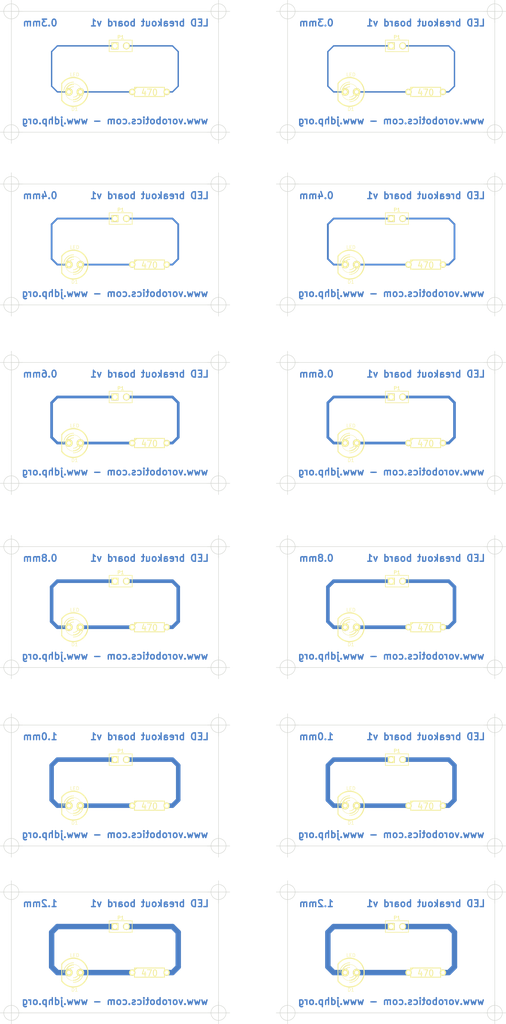
<source format=kicad_pcb>
(kicad_pcb (version 3) (host pcbnew "(22-Jun-2014 BZR 4027)-stable")

  (general
    (links 69)
    (no_connects 33)
    (area 188 123.23 238.72 154.9)
    (thickness 1.6)
    (drawings 132)
    (tracks 132)
    (zones 0)
    (modules 36)
    (nets 4)
  )

  (page A3)
  (title_block 
    (title "Breakout board LED")
    (rev 1)
    (company www.jdhp.org)
    (comment 1 "Jérémie Decock")
  )

  (layers
    (15 F.Cu signal)
    (0 B.Cu signal)
    (16 B.Adhes user)
    (17 F.Adhes user)
    (18 B.Paste user)
    (19 F.Paste user)
    (20 B.SilkS user)
    (21 F.SilkS user)
    (22 B.Mask user)
    (23 F.Mask user)
    (24 Dwgs.User user)
    (25 Cmts.User user)
    (26 Eco1.User user)
    (27 Eco2.User user)
    (28 Edge.Cuts user)
  )

  (setup
    (last_trace_width 1.2)
    (user_trace_width 0.3)
    (user_trace_width 0.4)
    (user_trace_width 0.6)
    (user_trace_width 0.8)
    (user_trace_width 1)
    (user_trace_width 1.2)
    (trace_clearance 0.7)
    (zone_clearance 0.508)
    (zone_45_only no)
    (trace_min 0.254)
    (segment_width 0.2)
    (edge_width 0.1)
    (via_size 1.1)
    (via_drill 0.9)
    (via_min_size 0.889)
    (via_min_drill 0.508)
    (uvia_size 0.508)
    (uvia_drill 0.127)
    (uvias_allowed no)
    (uvia_min_size 0.508)
    (uvia_min_drill 0.127)
    (pcb_text_width 0.3)
    (pcb_text_size 1.5 1.5)
    (mod_edge_width 0.15)
    (mod_text_size 1 1)
    (mod_text_width 0.15)
    (pad_size 1.5 1.5)
    (pad_drill 0.6)
    (pad_to_mask_clearance 0)
    (aux_axis_origin 0 0)
    (visible_elements FFFFFBBF)
    (pcbplotparams
      (layerselection 268435457)
      (usegerberextensions false)
      (excludeedgelayer true)
      (linewidth 0.150000)
      (plotframeref false)
      (viasonmask false)
      (mode 1)
      (useauxorigin false)
      (hpglpennumber 1)
      (hpglpenspeed 20)
      (hpglpendiameter 15)
      (hpglpenoverlay 2)
      (psnegative false)
      (psa4output false)
      (plotreference true)
      (plotvalue true)
      (plotothertext true)
      (plotinvisibletext false)
      (padsonsilk false)
      (subtractmaskfromsilk false)
      (outputformat 2)
      (mirror false)
      (drillshape 0)
      (scaleselection 1)
      (outputdirectory ""))
  )

  (net 0 "")
  (net 1 N-000001)
  (net 2 N-000002)
  (net 3 N-000003)

  (net_class Default "Ceci est la Netclass par défaut"
    (clearance 0.7)
    (trace_width 0.9)
    (via_dia 1.1)
    (via_drill 0.9)
    (uvia_dia 0.508)
    (uvia_drill 0.127)
    (add_net "")
  )

  (net_class 02 ""
    (clearance 0.7)
    (trace_width 0.3)
    (via_dia 1.1)
    (via_drill 0.9)
    (uvia_dia 0.508)
    (uvia_drill 0.127)
    (add_net N-000001)
  )

  (net_class 04 ""
    (clearance 0.7)
    (trace_width 0.4)
    (via_dia 1.1)
    (via_drill 0.9)
    (uvia_dia 0.508)
    (uvia_drill 0.127)
    (add_net N-000002)
  )

  (net_class 06 ""
    (clearance 0.7)
    (trace_width 0.6)
    (via_dia 1.1)
    (via_drill 0.9)
    (uvia_dia 0.508)
    (uvia_drill 0.127)
    (add_net N-000003)
  )

  (net_class 08 ""
    (clearance 0.7)
    (trace_width 0.8)
    (via_dia 1.1)
    (via_drill 0.9)
    (uvia_dia 0.508)
    (uvia_drill 0.127)
  )

  (net_class 10 ""
    (clearance 0.7)
    (trace_width 1)
    (via_dia 1.1)
    (via_drill 0.9)
    (uvia_dia 0.508)
    (uvia_drill 0.127)
  )

  (net_class 12 ""
    (clearance 0.7)
    (trace_width 1.2)
    (via_dia 1.1)
    (via_drill 0.9)
    (uvia_dia 0.508)
    (uvia_drill 0.127)
  )

  (module LED-5MM (layer F.Cu) (tedit 50ADE86B) (tstamp 542F1E32)
    (at 293.37 204.47 180)
    (descr "LED 5mm - Lead pitch 100mil (2,54mm)")
    (tags "LED led 5mm 5MM 100mil 2,54mm")
    (path /542E9DA1)
    (fp_text reference D1 (at 0 -3.81 180) (layer F.SilkS)
      (effects (font (size 0.762 0.762) (thickness 0.0889)))
    )
    (fp_text value LED (at 0 3.81 180) (layer F.SilkS)
      (effects (font (size 0.762 0.762) (thickness 0.0889)))
    )
    (fp_line (start 2.8448 1.905) (end 2.8448 -1.905) (layer F.SilkS) (width 0.2032))
    (fp_circle (center 0.254 0) (end -1.016 1.27) (layer F.SilkS) (width 0.0762))
    (fp_arc (start 0.254 0) (end 2.794 1.905) (angle 286.2) (layer F.SilkS) (width 0.254))
    (fp_arc (start 0.254 0) (end -0.889 0) (angle 90) (layer F.SilkS) (width 0.1524))
    (fp_arc (start 0.254 0) (end 1.397 0) (angle 90) (layer F.SilkS) (width 0.1524))
    (fp_arc (start 0.254 0) (end -1.397 0) (angle 90) (layer F.SilkS) (width 0.1524))
    (fp_arc (start 0.254 0) (end 1.905 0) (angle 90) (layer F.SilkS) (width 0.1524))
    (fp_arc (start 0.254 0) (end -1.905 0) (angle 90) (layer F.SilkS) (width 0.1524))
    (fp_arc (start 0.254 0) (end 2.413 0) (angle 90) (layer F.SilkS) (width 0.1524))
    (pad 1 thru_hole circle (at -1.27 0 180) (size 1.6764 1.6764) (drill 0.8128)
      (layers *.Cu *.Mask F.SilkS)
      (net 1 N-000001)
    )
    (pad 2 thru_hole circle (at 1.27 0 180) (size 1.6764 1.6764) (drill 0.8128)
      (layers *.Cu *.Mask F.SilkS)
      (net 2 N-000002)
    )
    (model discret/leds/led5_vertical_verde.wrl
      (at (xyz 0 0 0))
      (scale (xyz 1 1 1))
      (rotate (xyz 0 0 0))
    )
  )

  (module PIN_ARRAY_2X1 (layer F.Cu) (tedit 4565C520) (tstamp 542F1E29)
    (at 303.53 194.31)
    (descr "Connecteurs 2 pins")
    (tags "CONN DEV")
    (path /542E9E05)
    (fp_text reference P1 (at 0 -1.905) (layer F.SilkS)
      (effects (font (size 0.762 0.762) (thickness 0.1524)))
    )
    (fp_text value CONN_2 (at 0 -1.905) (layer F.SilkS) hide
      (effects (font (size 0.762 0.762) (thickness 0.1524)))
    )
    (fp_line (start -2.54 1.27) (end -2.54 -1.27) (layer F.SilkS) (width 0.1524))
    (fp_line (start -2.54 -1.27) (end 2.54 -1.27) (layer F.SilkS) (width 0.1524))
    (fp_line (start 2.54 -1.27) (end 2.54 1.27) (layer F.SilkS) (width 0.1524))
    (fp_line (start 2.54 1.27) (end -2.54 1.27) (layer F.SilkS) (width 0.1524))
    (pad 1 thru_hole rect (at -1.27 0) (size 1.524 1.524) (drill 1.016)
      (layers *.Cu *.Mask F.SilkS)
      (net 2 N-000002)
    )
    (pad 2 thru_hole circle (at 1.27 0) (size 1.524 1.524) (drill 1.016)
      (layers *.Cu *.Mask F.SilkS)
      (net 3 N-000003)
    )
    (model pin_array/pins_array_2x1.wrl
      (at (xyz 0 0 0))
      (scale (xyz 1 1 1))
      (rotate (xyz 0 0 0))
    )
  )

  (module R3 (layer F.Cu) (tedit 4E4C0E65) (tstamp 542F1E1C)
    (at 309.88 204.47)
    (descr "Resitance 3 pas")
    (tags R)
    (path /542E9D92)
    (autoplace_cost180 10)
    (fp_text reference R1 (at 0 0.127) (layer F.SilkS) hide
      (effects (font (size 1.397 1.27) (thickness 0.2032)))
    )
    (fp_text value 470 (at 0 0.127) (layer F.SilkS)
      (effects (font (size 1.397 1.27) (thickness 0.2032)))
    )
    (fp_line (start -3.81 0) (end -3.302 0) (layer F.SilkS) (width 0.2032))
    (fp_line (start 3.81 0) (end 3.302 0) (layer F.SilkS) (width 0.2032))
    (fp_line (start 3.302 0) (end 3.302 -1.016) (layer F.SilkS) (width 0.2032))
    (fp_line (start 3.302 -1.016) (end -3.302 -1.016) (layer F.SilkS) (width 0.2032))
    (fp_line (start -3.302 -1.016) (end -3.302 1.016) (layer F.SilkS) (width 0.2032))
    (fp_line (start -3.302 1.016) (end 3.302 1.016) (layer F.SilkS) (width 0.2032))
    (fp_line (start 3.302 1.016) (end 3.302 0) (layer F.SilkS) (width 0.2032))
    (fp_line (start -3.302 -0.508) (end -2.794 -1.016) (layer F.SilkS) (width 0.2032))
    (pad 1 thru_hole circle (at -3.81 0) (size 1.397 1.397) (drill 0.8128)
      (layers *.Cu *.Mask F.SilkS)
      (net 1 N-000001)
    )
    (pad 2 thru_hole circle (at 3.81 0) (size 1.397 1.397) (drill 0.8128)
      (layers *.Cu *.Mask F.SilkS)
      (net 3 N-000003)
    )
    (model discret/resistor.wrl
      (at (xyz 0 0 0))
      (scale (xyz 0.3 0.3 0.3))
      (rotate (xyz 0 0 0))
    )
  )

  (module R3 (layer F.Cu) (tedit 4E4C0E65) (tstamp 542F1E0F)
    (at 309.88 165.1)
    (descr "Resitance 3 pas")
    (tags R)
    (path /542E9D92)
    (autoplace_cost180 10)
    (fp_text reference R1 (at 0 0.127) (layer F.SilkS) hide
      (effects (font (size 1.397 1.27) (thickness 0.2032)))
    )
    (fp_text value 470 (at 0 0.127) (layer F.SilkS)
      (effects (font (size 1.397 1.27) (thickness 0.2032)))
    )
    (fp_line (start -3.81 0) (end -3.302 0) (layer F.SilkS) (width 0.2032))
    (fp_line (start 3.81 0) (end 3.302 0) (layer F.SilkS) (width 0.2032))
    (fp_line (start 3.302 0) (end 3.302 -1.016) (layer F.SilkS) (width 0.2032))
    (fp_line (start 3.302 -1.016) (end -3.302 -1.016) (layer F.SilkS) (width 0.2032))
    (fp_line (start -3.302 -1.016) (end -3.302 1.016) (layer F.SilkS) (width 0.2032))
    (fp_line (start -3.302 1.016) (end 3.302 1.016) (layer F.SilkS) (width 0.2032))
    (fp_line (start 3.302 1.016) (end 3.302 0) (layer F.SilkS) (width 0.2032))
    (fp_line (start -3.302 -0.508) (end -2.794 -1.016) (layer F.SilkS) (width 0.2032))
    (pad 1 thru_hole circle (at -3.81 0) (size 1.397 1.397) (drill 0.8128)
      (layers *.Cu *.Mask F.SilkS)
      (net 1 N-000001)
    )
    (pad 2 thru_hole circle (at 3.81 0) (size 1.397 1.397) (drill 0.8128)
      (layers *.Cu *.Mask F.SilkS)
      (net 3 N-000003)
    )
    (model discret/resistor.wrl
      (at (xyz 0 0 0))
      (scale (xyz 0.3 0.3 0.3))
      (rotate (xyz 0 0 0))
    )
  )

  (module PIN_ARRAY_2X1 (layer F.Cu) (tedit 4565C520) (tstamp 542F1E06)
    (at 303.53 154.94)
    (descr "Connecteurs 2 pins")
    (tags "CONN DEV")
    (path /542E9E05)
    (fp_text reference P1 (at 0 -1.905) (layer F.SilkS)
      (effects (font (size 0.762 0.762) (thickness 0.1524)))
    )
    (fp_text value CONN_2 (at 0 -1.905) (layer F.SilkS) hide
      (effects (font (size 0.762 0.762) (thickness 0.1524)))
    )
    (fp_line (start -2.54 1.27) (end -2.54 -1.27) (layer F.SilkS) (width 0.1524))
    (fp_line (start -2.54 -1.27) (end 2.54 -1.27) (layer F.SilkS) (width 0.1524))
    (fp_line (start 2.54 -1.27) (end 2.54 1.27) (layer F.SilkS) (width 0.1524))
    (fp_line (start 2.54 1.27) (end -2.54 1.27) (layer F.SilkS) (width 0.1524))
    (pad 1 thru_hole rect (at -1.27 0) (size 1.524 1.524) (drill 1.016)
      (layers *.Cu *.Mask F.SilkS)
      (net 2 N-000002)
    )
    (pad 2 thru_hole circle (at 1.27 0) (size 1.524 1.524) (drill 1.016)
      (layers *.Cu *.Mask F.SilkS)
      (net 3 N-000003)
    )
    (model pin_array/pins_array_2x1.wrl
      (at (xyz 0 0 0))
      (scale (xyz 1 1 1))
      (rotate (xyz 0 0 0))
    )
  )

  (module LED-5MM (layer F.Cu) (tedit 50ADE86B) (tstamp 542F1DF8)
    (at 293.37 165.1 180)
    (descr "LED 5mm - Lead pitch 100mil (2,54mm)")
    (tags "LED led 5mm 5MM 100mil 2,54mm")
    (path /542E9DA1)
    (fp_text reference D1 (at 0 -3.81 180) (layer F.SilkS)
      (effects (font (size 0.762 0.762) (thickness 0.0889)))
    )
    (fp_text value LED (at 0 3.81 180) (layer F.SilkS)
      (effects (font (size 0.762 0.762) (thickness 0.0889)))
    )
    (fp_line (start 2.8448 1.905) (end 2.8448 -1.905) (layer F.SilkS) (width 0.2032))
    (fp_circle (center 0.254 0) (end -1.016 1.27) (layer F.SilkS) (width 0.0762))
    (fp_arc (start 0.254 0) (end 2.794 1.905) (angle 286.2) (layer F.SilkS) (width 0.254))
    (fp_arc (start 0.254 0) (end -0.889 0) (angle 90) (layer F.SilkS) (width 0.1524))
    (fp_arc (start 0.254 0) (end 1.397 0) (angle 90) (layer F.SilkS) (width 0.1524))
    (fp_arc (start 0.254 0) (end -1.397 0) (angle 90) (layer F.SilkS) (width 0.1524))
    (fp_arc (start 0.254 0) (end 1.905 0) (angle 90) (layer F.SilkS) (width 0.1524))
    (fp_arc (start 0.254 0) (end -1.905 0) (angle 90) (layer F.SilkS) (width 0.1524))
    (fp_arc (start 0.254 0) (end 2.413 0) (angle 90) (layer F.SilkS) (width 0.1524))
    (pad 1 thru_hole circle (at -1.27 0 180) (size 1.6764 1.6764) (drill 0.8128)
      (layers *.Cu *.Mask F.SilkS)
      (net 1 N-000001)
    )
    (pad 2 thru_hole circle (at 1.27 0 180) (size 1.6764 1.6764) (drill 0.8128)
      (layers *.Cu *.Mask F.SilkS)
      (net 2 N-000002)
    )
    (model discret/leds/led5_vertical_verde.wrl
      (at (xyz 0 0 0))
      (scale (xyz 1 1 1))
      (rotate (xyz 0 0 0))
    )
  )

  (module LED-5MM (layer F.Cu) (tedit 50ADE86B) (tstamp 542F1DEA)
    (at 293.37 85.09 180)
    (descr "LED 5mm - Lead pitch 100mil (2,54mm)")
    (tags "LED led 5mm 5MM 100mil 2,54mm")
    (path /542E9DA1)
    (fp_text reference D1 (at 0 -3.81 180) (layer F.SilkS)
      (effects (font (size 0.762 0.762) (thickness 0.0889)))
    )
    (fp_text value LED (at 0 3.81 180) (layer F.SilkS)
      (effects (font (size 0.762 0.762) (thickness 0.0889)))
    )
    (fp_line (start 2.8448 1.905) (end 2.8448 -1.905) (layer F.SilkS) (width 0.2032))
    (fp_circle (center 0.254 0) (end -1.016 1.27) (layer F.SilkS) (width 0.0762))
    (fp_arc (start 0.254 0) (end 2.794 1.905) (angle 286.2) (layer F.SilkS) (width 0.254))
    (fp_arc (start 0.254 0) (end -0.889 0) (angle 90) (layer F.SilkS) (width 0.1524))
    (fp_arc (start 0.254 0) (end 1.397 0) (angle 90) (layer F.SilkS) (width 0.1524))
    (fp_arc (start 0.254 0) (end -1.397 0) (angle 90) (layer F.SilkS) (width 0.1524))
    (fp_arc (start 0.254 0) (end 1.905 0) (angle 90) (layer F.SilkS) (width 0.1524))
    (fp_arc (start 0.254 0) (end -1.905 0) (angle 90) (layer F.SilkS) (width 0.1524))
    (fp_arc (start 0.254 0) (end 2.413 0) (angle 90) (layer F.SilkS) (width 0.1524))
    (pad 1 thru_hole circle (at -1.27 0 180) (size 1.6764 1.6764) (drill 0.8128)
      (layers *.Cu *.Mask F.SilkS)
      (net 1 N-000001)
    )
    (pad 2 thru_hole circle (at 1.27 0 180) (size 1.6764 1.6764) (drill 0.8128)
      (layers *.Cu *.Mask F.SilkS)
      (net 2 N-000002)
    )
    (model discret/leds/led5_vertical_verde.wrl
      (at (xyz 0 0 0))
      (scale (xyz 1 1 1))
      (rotate (xyz 0 0 0))
    )
  )

  (module PIN_ARRAY_2X1 (layer F.Cu) (tedit 4565C520) (tstamp 542F1DE1)
    (at 303.53 74.93)
    (descr "Connecteurs 2 pins")
    (tags "CONN DEV")
    (path /542E9E05)
    (fp_text reference P1 (at 0 -1.905) (layer F.SilkS)
      (effects (font (size 0.762 0.762) (thickness 0.1524)))
    )
    (fp_text value CONN_2 (at 0 -1.905) (layer F.SilkS) hide
      (effects (font (size 0.762 0.762) (thickness 0.1524)))
    )
    (fp_line (start -2.54 1.27) (end -2.54 -1.27) (layer F.SilkS) (width 0.1524))
    (fp_line (start -2.54 -1.27) (end 2.54 -1.27) (layer F.SilkS) (width 0.1524))
    (fp_line (start 2.54 -1.27) (end 2.54 1.27) (layer F.SilkS) (width 0.1524))
    (fp_line (start 2.54 1.27) (end -2.54 1.27) (layer F.SilkS) (width 0.1524))
    (pad 1 thru_hole rect (at -1.27 0) (size 1.524 1.524) (drill 1.016)
      (layers *.Cu *.Mask F.SilkS)
      (net 2 N-000002)
    )
    (pad 2 thru_hole circle (at 1.27 0) (size 1.524 1.524) (drill 1.016)
      (layers *.Cu *.Mask F.SilkS)
      (net 3 N-000003)
    )
    (model pin_array/pins_array_2x1.wrl
      (at (xyz 0 0 0))
      (scale (xyz 1 1 1))
      (rotate (xyz 0 0 0))
    )
  )

  (module R3 (layer F.Cu) (tedit 4E4C0E65) (tstamp 542F1DD4)
    (at 309.88 85.09)
    (descr "Resitance 3 pas")
    (tags R)
    (path /542E9D92)
    (autoplace_cost180 10)
    (fp_text reference R1 (at 0 0.127) (layer F.SilkS) hide
      (effects (font (size 1.397 1.27) (thickness 0.2032)))
    )
    (fp_text value 470 (at 0 0.127) (layer F.SilkS)
      (effects (font (size 1.397 1.27) (thickness 0.2032)))
    )
    (fp_line (start -3.81 0) (end -3.302 0) (layer F.SilkS) (width 0.2032))
    (fp_line (start 3.81 0) (end 3.302 0) (layer F.SilkS) (width 0.2032))
    (fp_line (start 3.302 0) (end 3.302 -1.016) (layer F.SilkS) (width 0.2032))
    (fp_line (start 3.302 -1.016) (end -3.302 -1.016) (layer F.SilkS) (width 0.2032))
    (fp_line (start -3.302 -1.016) (end -3.302 1.016) (layer F.SilkS) (width 0.2032))
    (fp_line (start -3.302 1.016) (end 3.302 1.016) (layer F.SilkS) (width 0.2032))
    (fp_line (start 3.302 1.016) (end 3.302 0) (layer F.SilkS) (width 0.2032))
    (fp_line (start -3.302 -0.508) (end -2.794 -1.016) (layer F.SilkS) (width 0.2032))
    (pad 1 thru_hole circle (at -3.81 0) (size 1.397 1.397) (drill 0.8128)
      (layers *.Cu *.Mask F.SilkS)
      (net 1 N-000001)
    )
    (pad 2 thru_hole circle (at 3.81 0) (size 1.397 1.397) (drill 0.8128)
      (layers *.Cu *.Mask F.SilkS)
      (net 3 N-000003)
    )
    (model discret/resistor.wrl
      (at (xyz 0 0 0))
      (scale (xyz 0.3 0.3 0.3))
      (rotate (xyz 0 0 0))
    )
  )

  (module R3 (layer F.Cu) (tedit 4E4C0E65) (tstamp 542F1DC7)
    (at 309.88 124.46)
    (descr "Resitance 3 pas")
    (tags R)
    (path /542E9D92)
    (autoplace_cost180 10)
    (fp_text reference R1 (at 0 0.127) (layer F.SilkS) hide
      (effects (font (size 1.397 1.27) (thickness 0.2032)))
    )
    (fp_text value 470 (at 0 0.127) (layer F.SilkS)
      (effects (font (size 1.397 1.27) (thickness 0.2032)))
    )
    (fp_line (start -3.81 0) (end -3.302 0) (layer F.SilkS) (width 0.2032))
    (fp_line (start 3.81 0) (end 3.302 0) (layer F.SilkS) (width 0.2032))
    (fp_line (start 3.302 0) (end 3.302 -1.016) (layer F.SilkS) (width 0.2032))
    (fp_line (start 3.302 -1.016) (end -3.302 -1.016) (layer F.SilkS) (width 0.2032))
    (fp_line (start -3.302 -1.016) (end -3.302 1.016) (layer F.SilkS) (width 0.2032))
    (fp_line (start -3.302 1.016) (end 3.302 1.016) (layer F.SilkS) (width 0.2032))
    (fp_line (start 3.302 1.016) (end 3.302 0) (layer F.SilkS) (width 0.2032))
    (fp_line (start -3.302 -0.508) (end -2.794 -1.016) (layer F.SilkS) (width 0.2032))
    (pad 1 thru_hole circle (at -3.81 0) (size 1.397 1.397) (drill 0.8128)
      (layers *.Cu *.Mask F.SilkS)
      (net 1 N-000001)
    )
    (pad 2 thru_hole circle (at 3.81 0) (size 1.397 1.397) (drill 0.8128)
      (layers *.Cu *.Mask F.SilkS)
      (net 3 N-000003)
    )
    (model discret/resistor.wrl
      (at (xyz 0 0 0))
      (scale (xyz 0.3 0.3 0.3))
      (rotate (xyz 0 0 0))
    )
  )

  (module PIN_ARRAY_2X1 (layer F.Cu) (tedit 4565C520) (tstamp 542F1DBE)
    (at 303.53 114.3)
    (descr "Connecteurs 2 pins")
    (tags "CONN DEV")
    (path /542E9E05)
    (fp_text reference P1 (at 0 -1.905) (layer F.SilkS)
      (effects (font (size 0.762 0.762) (thickness 0.1524)))
    )
    (fp_text value CONN_2 (at 0 -1.905) (layer F.SilkS) hide
      (effects (font (size 0.762 0.762) (thickness 0.1524)))
    )
    (fp_line (start -2.54 1.27) (end -2.54 -1.27) (layer F.SilkS) (width 0.1524))
    (fp_line (start -2.54 -1.27) (end 2.54 -1.27) (layer F.SilkS) (width 0.1524))
    (fp_line (start 2.54 -1.27) (end 2.54 1.27) (layer F.SilkS) (width 0.1524))
    (fp_line (start 2.54 1.27) (end -2.54 1.27) (layer F.SilkS) (width 0.1524))
    (pad 1 thru_hole rect (at -1.27 0) (size 1.524 1.524) (drill 1.016)
      (layers *.Cu *.Mask F.SilkS)
      (net 2 N-000002)
    )
    (pad 2 thru_hole circle (at 1.27 0) (size 1.524 1.524) (drill 1.016)
      (layers *.Cu *.Mask F.SilkS)
      (net 3 N-000003)
    )
    (model pin_array/pins_array_2x1.wrl
      (at (xyz 0 0 0))
      (scale (xyz 1 1 1))
      (rotate (xyz 0 0 0))
    )
  )

  (module LED-5MM (layer F.Cu) (tedit 50ADE86B) (tstamp 542F1DB0)
    (at 293.37 124.46 180)
    (descr "LED 5mm - Lead pitch 100mil (2,54mm)")
    (tags "LED led 5mm 5MM 100mil 2,54mm")
    (path /542E9DA1)
    (fp_text reference D1 (at 0 -3.81 180) (layer F.SilkS)
      (effects (font (size 0.762 0.762) (thickness 0.0889)))
    )
    (fp_text value LED (at 0 3.81 180) (layer F.SilkS)
      (effects (font (size 0.762 0.762) (thickness 0.0889)))
    )
    (fp_line (start 2.8448 1.905) (end 2.8448 -1.905) (layer F.SilkS) (width 0.2032))
    (fp_circle (center 0.254 0) (end -1.016 1.27) (layer F.SilkS) (width 0.0762))
    (fp_arc (start 0.254 0) (end 2.794 1.905) (angle 286.2) (layer F.SilkS) (width 0.254))
    (fp_arc (start 0.254 0) (end -0.889 0) (angle 90) (layer F.SilkS) (width 0.1524))
    (fp_arc (start 0.254 0) (end 1.397 0) (angle 90) (layer F.SilkS) (width 0.1524))
    (fp_arc (start 0.254 0) (end -1.397 0) (angle 90) (layer F.SilkS) (width 0.1524))
    (fp_arc (start 0.254 0) (end 1.905 0) (angle 90) (layer F.SilkS) (width 0.1524))
    (fp_arc (start 0.254 0) (end -1.905 0) (angle 90) (layer F.SilkS) (width 0.1524))
    (fp_arc (start 0.254 0) (end 2.413 0) (angle 90) (layer F.SilkS) (width 0.1524))
    (pad 1 thru_hole circle (at -1.27 0 180) (size 1.6764 1.6764) (drill 0.8128)
      (layers *.Cu *.Mask F.SilkS)
      (net 1 N-000001)
    )
    (pad 2 thru_hole circle (at 1.27 0 180) (size 1.6764 1.6764) (drill 0.8128)
      (layers *.Cu *.Mask F.SilkS)
      (net 2 N-000002)
    )
    (model discret/leds/led5_vertical_verde.wrl
      (at (xyz 0 0 0))
      (scale (xyz 1 1 1))
      (rotate (xyz 0 0 0))
    )
  )

  (module R3 (layer F.Cu) (tedit 4E4C0E65) (tstamp 542F1DA3)
    (at 309.88 46.99)
    (descr "Resitance 3 pas")
    (tags R)
    (path /542E9D92)
    (autoplace_cost180 10)
    (fp_text reference R1 (at 0 0.127) (layer F.SilkS) hide
      (effects (font (size 1.397 1.27) (thickness 0.2032)))
    )
    (fp_text value 470 (at 0 0.127) (layer F.SilkS)
      (effects (font (size 1.397 1.27) (thickness 0.2032)))
    )
    (fp_line (start -3.81 0) (end -3.302 0) (layer F.SilkS) (width 0.2032))
    (fp_line (start 3.81 0) (end 3.302 0) (layer F.SilkS) (width 0.2032))
    (fp_line (start 3.302 0) (end 3.302 -1.016) (layer F.SilkS) (width 0.2032))
    (fp_line (start 3.302 -1.016) (end -3.302 -1.016) (layer F.SilkS) (width 0.2032))
    (fp_line (start -3.302 -1.016) (end -3.302 1.016) (layer F.SilkS) (width 0.2032))
    (fp_line (start -3.302 1.016) (end 3.302 1.016) (layer F.SilkS) (width 0.2032))
    (fp_line (start 3.302 1.016) (end 3.302 0) (layer F.SilkS) (width 0.2032))
    (fp_line (start -3.302 -0.508) (end -2.794 -1.016) (layer F.SilkS) (width 0.2032))
    (pad 1 thru_hole circle (at -3.81 0) (size 1.397 1.397) (drill 0.8128)
      (layers *.Cu *.Mask F.SilkS)
      (net 1 N-000001)
    )
    (pad 2 thru_hole circle (at 3.81 0) (size 1.397 1.397) (drill 0.8128)
      (layers *.Cu *.Mask F.SilkS)
      (net 3 N-000003)
    )
    (model discret/resistor.wrl
      (at (xyz 0 0 0))
      (scale (xyz 0.3 0.3 0.3))
      (rotate (xyz 0 0 0))
    )
  )

  (module PIN_ARRAY_2X1 (layer F.Cu) (tedit 4565C520) (tstamp 542F1D9A)
    (at 303.53 36.83)
    (descr "Connecteurs 2 pins")
    (tags "CONN DEV")
    (path /542E9E05)
    (fp_text reference P1 (at 0 -1.905) (layer F.SilkS)
      (effects (font (size 0.762 0.762) (thickness 0.1524)))
    )
    (fp_text value CONN_2 (at 0 -1.905) (layer F.SilkS) hide
      (effects (font (size 0.762 0.762) (thickness 0.1524)))
    )
    (fp_line (start -2.54 1.27) (end -2.54 -1.27) (layer F.SilkS) (width 0.1524))
    (fp_line (start -2.54 -1.27) (end 2.54 -1.27) (layer F.SilkS) (width 0.1524))
    (fp_line (start 2.54 -1.27) (end 2.54 1.27) (layer F.SilkS) (width 0.1524))
    (fp_line (start 2.54 1.27) (end -2.54 1.27) (layer F.SilkS) (width 0.1524))
    (pad 1 thru_hole rect (at -1.27 0) (size 1.524 1.524) (drill 1.016)
      (layers *.Cu *.Mask F.SilkS)
      (net 2 N-000002)
    )
    (pad 2 thru_hole circle (at 1.27 0) (size 1.524 1.524) (drill 1.016)
      (layers *.Cu *.Mask F.SilkS)
      (net 3 N-000003)
    )
    (model pin_array/pins_array_2x1.wrl
      (at (xyz 0 0 0))
      (scale (xyz 1 1 1))
      (rotate (xyz 0 0 0))
    )
  )

  (module LED-5MM (layer F.Cu) (tedit 50ADE86B) (tstamp 542F1D8C)
    (at 293.37 46.99 180)
    (descr "LED 5mm - Lead pitch 100mil (2,54mm)")
    (tags "LED led 5mm 5MM 100mil 2,54mm")
    (path /542E9DA1)
    (fp_text reference D1 (at 0 -3.81 180) (layer F.SilkS)
      (effects (font (size 0.762 0.762) (thickness 0.0889)))
    )
    (fp_text value LED (at 0 3.81 180) (layer F.SilkS)
      (effects (font (size 0.762 0.762) (thickness 0.0889)))
    )
    (fp_line (start 2.8448 1.905) (end 2.8448 -1.905) (layer F.SilkS) (width 0.2032))
    (fp_circle (center 0.254 0) (end -1.016 1.27) (layer F.SilkS) (width 0.0762))
    (fp_arc (start 0.254 0) (end 2.794 1.905) (angle 286.2) (layer F.SilkS) (width 0.254))
    (fp_arc (start 0.254 0) (end -0.889 0) (angle 90) (layer F.SilkS) (width 0.1524))
    (fp_arc (start 0.254 0) (end 1.397 0) (angle 90) (layer F.SilkS) (width 0.1524))
    (fp_arc (start 0.254 0) (end -1.397 0) (angle 90) (layer F.SilkS) (width 0.1524))
    (fp_arc (start 0.254 0) (end 1.905 0) (angle 90) (layer F.SilkS) (width 0.1524))
    (fp_arc (start 0.254 0) (end -1.905 0) (angle 90) (layer F.SilkS) (width 0.1524))
    (fp_arc (start 0.254 0) (end 2.413 0) (angle 90) (layer F.SilkS) (width 0.1524))
    (pad 1 thru_hole circle (at -1.27 0 180) (size 1.6764 1.6764) (drill 0.8128)
      (layers *.Cu *.Mask F.SilkS)
      (net 1 N-000001)
    )
    (pad 2 thru_hole circle (at 1.27 0 180) (size 1.6764 1.6764) (drill 0.8128)
      (layers *.Cu *.Mask F.SilkS)
      (net 2 N-000002)
    )
    (model discret/leds/led5_vertical_verde.wrl
      (at (xyz 0 0 0))
      (scale (xyz 1 1 1))
      (rotate (xyz 0 0 0))
    )
  )

  (module R3 (layer F.Cu) (tedit 4E4C0E65) (tstamp 542F1D7F)
    (at 309.88 241.3)
    (descr "Resitance 3 pas")
    (tags R)
    (path /542E9D92)
    (autoplace_cost180 10)
    (fp_text reference R1 (at 0 0.127) (layer F.SilkS) hide
      (effects (font (size 1.397 1.27) (thickness 0.2032)))
    )
    (fp_text value 470 (at 0 0.127) (layer F.SilkS)
      (effects (font (size 1.397 1.27) (thickness 0.2032)))
    )
    (fp_line (start -3.81 0) (end -3.302 0) (layer F.SilkS) (width 0.2032))
    (fp_line (start 3.81 0) (end 3.302 0) (layer F.SilkS) (width 0.2032))
    (fp_line (start 3.302 0) (end 3.302 -1.016) (layer F.SilkS) (width 0.2032))
    (fp_line (start 3.302 -1.016) (end -3.302 -1.016) (layer F.SilkS) (width 0.2032))
    (fp_line (start -3.302 -1.016) (end -3.302 1.016) (layer F.SilkS) (width 0.2032))
    (fp_line (start -3.302 1.016) (end 3.302 1.016) (layer F.SilkS) (width 0.2032))
    (fp_line (start 3.302 1.016) (end 3.302 0) (layer F.SilkS) (width 0.2032))
    (fp_line (start -3.302 -0.508) (end -2.794 -1.016) (layer F.SilkS) (width 0.2032))
    (pad 1 thru_hole circle (at -3.81 0) (size 1.397 1.397) (drill 0.8128)
      (layers *.Cu *.Mask F.SilkS)
      (net 1 N-000001)
    )
    (pad 2 thru_hole circle (at 3.81 0) (size 1.397 1.397) (drill 0.8128)
      (layers *.Cu *.Mask F.SilkS)
      (net 3 N-000003)
    )
    (model discret/resistor.wrl
      (at (xyz 0 0 0))
      (scale (xyz 0.3 0.3 0.3))
      (rotate (xyz 0 0 0))
    )
  )

  (module PIN_ARRAY_2X1 (layer F.Cu) (tedit 4565C520) (tstamp 542F1D76)
    (at 303.53 231.14)
    (descr "Connecteurs 2 pins")
    (tags "CONN DEV")
    (path /542E9E05)
    (fp_text reference P1 (at 0 -1.905) (layer F.SilkS)
      (effects (font (size 0.762 0.762) (thickness 0.1524)))
    )
    (fp_text value CONN_2 (at 0 -1.905) (layer F.SilkS) hide
      (effects (font (size 0.762 0.762) (thickness 0.1524)))
    )
    (fp_line (start -2.54 1.27) (end -2.54 -1.27) (layer F.SilkS) (width 0.1524))
    (fp_line (start -2.54 -1.27) (end 2.54 -1.27) (layer F.SilkS) (width 0.1524))
    (fp_line (start 2.54 -1.27) (end 2.54 1.27) (layer F.SilkS) (width 0.1524))
    (fp_line (start 2.54 1.27) (end -2.54 1.27) (layer F.SilkS) (width 0.1524))
    (pad 1 thru_hole rect (at -1.27 0) (size 1.524 1.524) (drill 1.016)
      (layers *.Cu *.Mask F.SilkS)
      (net 2 N-000002)
    )
    (pad 2 thru_hole circle (at 1.27 0) (size 1.524 1.524) (drill 1.016)
      (layers *.Cu *.Mask F.SilkS)
      (net 3 N-000003)
    )
    (model pin_array/pins_array_2x1.wrl
      (at (xyz 0 0 0))
      (scale (xyz 1 1 1))
      (rotate (xyz 0 0 0))
    )
  )

  (module LED-5MM (layer F.Cu) (tedit 50ADE86B) (tstamp 542F1D68)
    (at 293.37 241.3 180)
    (descr "LED 5mm - Lead pitch 100mil (2,54mm)")
    (tags "LED led 5mm 5MM 100mil 2,54mm")
    (path /542E9DA1)
    (fp_text reference D1 (at 0 -3.81 180) (layer F.SilkS)
      (effects (font (size 0.762 0.762) (thickness 0.0889)))
    )
    (fp_text value LED (at 0 3.81 180) (layer F.SilkS)
      (effects (font (size 0.762 0.762) (thickness 0.0889)))
    )
    (fp_line (start 2.8448 1.905) (end 2.8448 -1.905) (layer F.SilkS) (width 0.2032))
    (fp_circle (center 0.254 0) (end -1.016 1.27) (layer F.SilkS) (width 0.0762))
    (fp_arc (start 0.254 0) (end 2.794 1.905) (angle 286.2) (layer F.SilkS) (width 0.254))
    (fp_arc (start 0.254 0) (end -0.889 0) (angle 90) (layer F.SilkS) (width 0.1524))
    (fp_arc (start 0.254 0) (end 1.397 0) (angle 90) (layer F.SilkS) (width 0.1524))
    (fp_arc (start 0.254 0) (end -1.397 0) (angle 90) (layer F.SilkS) (width 0.1524))
    (fp_arc (start 0.254 0) (end 1.905 0) (angle 90) (layer F.SilkS) (width 0.1524))
    (fp_arc (start 0.254 0) (end -1.905 0) (angle 90) (layer F.SilkS) (width 0.1524))
    (fp_arc (start 0.254 0) (end 2.413 0) (angle 90) (layer F.SilkS) (width 0.1524))
    (pad 1 thru_hole circle (at -1.27 0 180) (size 1.6764 1.6764) (drill 0.8128)
      (layers *.Cu *.Mask F.SilkS)
      (net 1 N-000001)
    )
    (pad 2 thru_hole circle (at 1.27 0 180) (size 1.6764 1.6764) (drill 0.8128)
      (layers *.Cu *.Mask F.SilkS)
      (net 2 N-000002)
    )
    (model discret/leds/led5_vertical_verde.wrl
      (at (xyz 0 0 0))
      (scale (xyz 1 1 1))
      (rotate (xyz 0 0 0))
    )
  )

  (module LED-5MM (layer F.Cu) (tedit 50ADE86B) (tstamp 542F1953)
    (at 354.33 241.3 180)
    (descr "LED 5mm - Lead pitch 100mil (2,54mm)")
    (tags "LED led 5mm 5MM 100mil 2,54mm")
    (path /542E9DA1)
    (fp_text reference D1 (at 0 -3.81 180) (layer F.SilkS)
      (effects (font (size 0.762 0.762) (thickness 0.0889)))
    )
    (fp_text value LED (at 0 3.81 180) (layer F.SilkS)
      (effects (font (size 0.762 0.762) (thickness 0.0889)))
    )
    (fp_line (start 2.8448 1.905) (end 2.8448 -1.905) (layer F.SilkS) (width 0.2032))
    (fp_circle (center 0.254 0) (end -1.016 1.27) (layer F.SilkS) (width 0.0762))
    (fp_arc (start 0.254 0) (end 2.794 1.905) (angle 286.2) (layer F.SilkS) (width 0.254))
    (fp_arc (start 0.254 0) (end -0.889 0) (angle 90) (layer F.SilkS) (width 0.1524))
    (fp_arc (start 0.254 0) (end 1.397 0) (angle 90) (layer F.SilkS) (width 0.1524))
    (fp_arc (start 0.254 0) (end -1.397 0) (angle 90) (layer F.SilkS) (width 0.1524))
    (fp_arc (start 0.254 0) (end 1.905 0) (angle 90) (layer F.SilkS) (width 0.1524))
    (fp_arc (start 0.254 0) (end -1.905 0) (angle 90) (layer F.SilkS) (width 0.1524))
    (fp_arc (start 0.254 0) (end 2.413 0) (angle 90) (layer F.SilkS) (width 0.1524))
    (pad 1 thru_hole circle (at -1.27 0 180) (size 1.6764 1.6764) (drill 0.8128)
      (layers *.Cu *.Mask F.SilkS)
      (net 1 N-000001)
    )
    (pad 2 thru_hole circle (at 1.27 0 180) (size 1.6764 1.6764) (drill 0.8128)
      (layers *.Cu *.Mask F.SilkS)
      (net 2 N-000002)
    )
    (model discret/leds/led5_vertical_verde.wrl
      (at (xyz 0 0 0))
      (scale (xyz 1 1 1))
      (rotate (xyz 0 0 0))
    )
  )

  (module PIN_ARRAY_2X1 (layer F.Cu) (tedit 4565C520) (tstamp 542F194A)
    (at 364.49 231.14)
    (descr "Connecteurs 2 pins")
    (tags "CONN DEV")
    (path /542E9E05)
    (fp_text reference P1 (at 0 -1.905) (layer F.SilkS)
      (effects (font (size 0.762 0.762) (thickness 0.1524)))
    )
    (fp_text value CONN_2 (at 0 -1.905) (layer F.SilkS) hide
      (effects (font (size 0.762 0.762) (thickness 0.1524)))
    )
    (fp_line (start -2.54 1.27) (end -2.54 -1.27) (layer F.SilkS) (width 0.1524))
    (fp_line (start -2.54 -1.27) (end 2.54 -1.27) (layer F.SilkS) (width 0.1524))
    (fp_line (start 2.54 -1.27) (end 2.54 1.27) (layer F.SilkS) (width 0.1524))
    (fp_line (start 2.54 1.27) (end -2.54 1.27) (layer F.SilkS) (width 0.1524))
    (pad 1 thru_hole rect (at -1.27 0) (size 1.524 1.524) (drill 1.016)
      (layers *.Cu *.Mask F.SilkS)
      (net 2 N-000002)
    )
    (pad 2 thru_hole circle (at 1.27 0) (size 1.524 1.524) (drill 1.016)
      (layers *.Cu *.Mask F.SilkS)
      (net 3 N-000003)
    )
    (model pin_array/pins_array_2x1.wrl
      (at (xyz 0 0 0))
      (scale (xyz 1 1 1))
      (rotate (xyz 0 0 0))
    )
  )

  (module R3 (layer F.Cu) (tedit 4E4C0E65) (tstamp 542F193D)
    (at 370.84 241.3)
    (descr "Resitance 3 pas")
    (tags R)
    (path /542E9D92)
    (autoplace_cost180 10)
    (fp_text reference R1 (at 0 0.127) (layer F.SilkS) hide
      (effects (font (size 1.397 1.27) (thickness 0.2032)))
    )
    (fp_text value 470 (at 0 0.127) (layer F.SilkS)
      (effects (font (size 1.397 1.27) (thickness 0.2032)))
    )
    (fp_line (start -3.81 0) (end -3.302 0) (layer F.SilkS) (width 0.2032))
    (fp_line (start 3.81 0) (end 3.302 0) (layer F.SilkS) (width 0.2032))
    (fp_line (start 3.302 0) (end 3.302 -1.016) (layer F.SilkS) (width 0.2032))
    (fp_line (start 3.302 -1.016) (end -3.302 -1.016) (layer F.SilkS) (width 0.2032))
    (fp_line (start -3.302 -1.016) (end -3.302 1.016) (layer F.SilkS) (width 0.2032))
    (fp_line (start -3.302 1.016) (end 3.302 1.016) (layer F.SilkS) (width 0.2032))
    (fp_line (start 3.302 1.016) (end 3.302 0) (layer F.SilkS) (width 0.2032))
    (fp_line (start -3.302 -0.508) (end -2.794 -1.016) (layer F.SilkS) (width 0.2032))
    (pad 1 thru_hole circle (at -3.81 0) (size 1.397 1.397) (drill 0.8128)
      (layers *.Cu *.Mask F.SilkS)
      (net 1 N-000001)
    )
    (pad 2 thru_hole circle (at 3.81 0) (size 1.397 1.397) (drill 0.8128)
      (layers *.Cu *.Mask F.SilkS)
      (net 3 N-000003)
    )
    (model discret/resistor.wrl
      (at (xyz 0 0 0))
      (scale (xyz 0.3 0.3 0.3))
      (rotate (xyz 0 0 0))
    )
  )

  (module LED-5MM (layer F.Cu) (tedit 50ADE86B) (tstamp 542F17EC)
    (at 354.33 46.99 180)
    (descr "LED 5mm - Lead pitch 100mil (2,54mm)")
    (tags "LED led 5mm 5MM 100mil 2,54mm")
    (path /542E9DA1)
    (fp_text reference D1 (at 0 -3.81 180) (layer F.SilkS)
      (effects (font (size 0.762 0.762) (thickness 0.0889)))
    )
    (fp_text value LED (at 0 3.81 180) (layer F.SilkS)
      (effects (font (size 0.762 0.762) (thickness 0.0889)))
    )
    (fp_line (start 2.8448 1.905) (end 2.8448 -1.905) (layer F.SilkS) (width 0.2032))
    (fp_circle (center 0.254 0) (end -1.016 1.27) (layer F.SilkS) (width 0.0762))
    (fp_arc (start 0.254 0) (end 2.794 1.905) (angle 286.2) (layer F.SilkS) (width 0.254))
    (fp_arc (start 0.254 0) (end -0.889 0) (angle 90) (layer F.SilkS) (width 0.1524))
    (fp_arc (start 0.254 0) (end 1.397 0) (angle 90) (layer F.SilkS) (width 0.1524))
    (fp_arc (start 0.254 0) (end -1.397 0) (angle 90) (layer F.SilkS) (width 0.1524))
    (fp_arc (start 0.254 0) (end 1.905 0) (angle 90) (layer F.SilkS) (width 0.1524))
    (fp_arc (start 0.254 0) (end -1.905 0) (angle 90) (layer F.SilkS) (width 0.1524))
    (fp_arc (start 0.254 0) (end 2.413 0) (angle 90) (layer F.SilkS) (width 0.1524))
    (pad 1 thru_hole circle (at -1.27 0 180) (size 1.6764 1.6764) (drill 0.8128)
      (layers *.Cu *.Mask F.SilkS)
      (net 1 N-000001)
    )
    (pad 2 thru_hole circle (at 1.27 0 180) (size 1.6764 1.6764) (drill 0.8128)
      (layers *.Cu *.Mask F.SilkS)
      (net 2 N-000002)
    )
    (model discret/leds/led5_vertical_verde.wrl
      (at (xyz 0 0 0))
      (scale (xyz 1 1 1))
      (rotate (xyz 0 0 0))
    )
  )

  (module PIN_ARRAY_2X1 (layer F.Cu) (tedit 4565C520) (tstamp 542F17E3)
    (at 364.49 36.83)
    (descr "Connecteurs 2 pins")
    (tags "CONN DEV")
    (path /542E9E05)
    (fp_text reference P1 (at 0 -1.905) (layer F.SilkS)
      (effects (font (size 0.762 0.762) (thickness 0.1524)))
    )
    (fp_text value CONN_2 (at 0 -1.905) (layer F.SilkS) hide
      (effects (font (size 0.762 0.762) (thickness 0.1524)))
    )
    (fp_line (start -2.54 1.27) (end -2.54 -1.27) (layer F.SilkS) (width 0.1524))
    (fp_line (start -2.54 -1.27) (end 2.54 -1.27) (layer F.SilkS) (width 0.1524))
    (fp_line (start 2.54 -1.27) (end 2.54 1.27) (layer F.SilkS) (width 0.1524))
    (fp_line (start 2.54 1.27) (end -2.54 1.27) (layer F.SilkS) (width 0.1524))
    (pad 1 thru_hole rect (at -1.27 0) (size 1.524 1.524) (drill 1.016)
      (layers *.Cu *.Mask F.SilkS)
      (net 2 N-000002)
    )
    (pad 2 thru_hole circle (at 1.27 0) (size 1.524 1.524) (drill 1.016)
      (layers *.Cu *.Mask F.SilkS)
      (net 3 N-000003)
    )
    (model pin_array/pins_array_2x1.wrl
      (at (xyz 0 0 0))
      (scale (xyz 1 1 1))
      (rotate (xyz 0 0 0))
    )
  )

  (module R3 (layer F.Cu) (tedit 4E4C0E65) (tstamp 542F17D6)
    (at 370.84 46.99)
    (descr "Resitance 3 pas")
    (tags R)
    (path /542E9D92)
    (autoplace_cost180 10)
    (fp_text reference R1 (at 0 0.127) (layer F.SilkS) hide
      (effects (font (size 1.397 1.27) (thickness 0.2032)))
    )
    (fp_text value 470 (at 0 0.127) (layer F.SilkS)
      (effects (font (size 1.397 1.27) (thickness 0.2032)))
    )
    (fp_line (start -3.81 0) (end -3.302 0) (layer F.SilkS) (width 0.2032))
    (fp_line (start 3.81 0) (end 3.302 0) (layer F.SilkS) (width 0.2032))
    (fp_line (start 3.302 0) (end 3.302 -1.016) (layer F.SilkS) (width 0.2032))
    (fp_line (start 3.302 -1.016) (end -3.302 -1.016) (layer F.SilkS) (width 0.2032))
    (fp_line (start -3.302 -1.016) (end -3.302 1.016) (layer F.SilkS) (width 0.2032))
    (fp_line (start -3.302 1.016) (end 3.302 1.016) (layer F.SilkS) (width 0.2032))
    (fp_line (start 3.302 1.016) (end 3.302 0) (layer F.SilkS) (width 0.2032))
    (fp_line (start -3.302 -0.508) (end -2.794 -1.016) (layer F.SilkS) (width 0.2032))
    (pad 1 thru_hole circle (at -3.81 0) (size 1.397 1.397) (drill 0.8128)
      (layers *.Cu *.Mask F.SilkS)
      (net 1 N-000001)
    )
    (pad 2 thru_hole circle (at 3.81 0) (size 1.397 1.397) (drill 0.8128)
      (layers *.Cu *.Mask F.SilkS)
      (net 3 N-000003)
    )
    (model discret/resistor.wrl
      (at (xyz 0 0 0))
      (scale (xyz 0.3 0.3 0.3))
      (rotate (xyz 0 0 0))
    )
  )

  (module LED-5MM (layer F.Cu) (tedit 50ADE86B) (tstamp 542F179D)
    (at 354.33 124.46 180)
    (descr "LED 5mm - Lead pitch 100mil (2,54mm)")
    (tags "LED led 5mm 5MM 100mil 2,54mm")
    (path /542E9DA1)
    (fp_text reference D1 (at 0 -3.81 180) (layer F.SilkS)
      (effects (font (size 0.762 0.762) (thickness 0.0889)))
    )
    (fp_text value LED (at 0 3.81 180) (layer F.SilkS)
      (effects (font (size 0.762 0.762) (thickness 0.0889)))
    )
    (fp_line (start 2.8448 1.905) (end 2.8448 -1.905) (layer F.SilkS) (width 0.2032))
    (fp_circle (center 0.254 0) (end -1.016 1.27) (layer F.SilkS) (width 0.0762))
    (fp_arc (start 0.254 0) (end 2.794 1.905) (angle 286.2) (layer F.SilkS) (width 0.254))
    (fp_arc (start 0.254 0) (end -0.889 0) (angle 90) (layer F.SilkS) (width 0.1524))
    (fp_arc (start 0.254 0) (end 1.397 0) (angle 90) (layer F.SilkS) (width 0.1524))
    (fp_arc (start 0.254 0) (end -1.397 0) (angle 90) (layer F.SilkS) (width 0.1524))
    (fp_arc (start 0.254 0) (end 1.905 0) (angle 90) (layer F.SilkS) (width 0.1524))
    (fp_arc (start 0.254 0) (end -1.905 0) (angle 90) (layer F.SilkS) (width 0.1524))
    (fp_arc (start 0.254 0) (end 2.413 0) (angle 90) (layer F.SilkS) (width 0.1524))
    (pad 1 thru_hole circle (at -1.27 0 180) (size 1.6764 1.6764) (drill 0.8128)
      (layers *.Cu *.Mask F.SilkS)
      (net 1 N-000001)
    )
    (pad 2 thru_hole circle (at 1.27 0 180) (size 1.6764 1.6764) (drill 0.8128)
      (layers *.Cu *.Mask F.SilkS)
      (net 2 N-000002)
    )
    (model discret/leds/led5_vertical_verde.wrl
      (at (xyz 0 0 0))
      (scale (xyz 1 1 1))
      (rotate (xyz 0 0 0))
    )
  )

  (module PIN_ARRAY_2X1 (layer F.Cu) (tedit 4565C520) (tstamp 542F1794)
    (at 364.49 114.3)
    (descr "Connecteurs 2 pins")
    (tags "CONN DEV")
    (path /542E9E05)
    (fp_text reference P1 (at 0 -1.905) (layer F.SilkS)
      (effects (font (size 0.762 0.762) (thickness 0.1524)))
    )
    (fp_text value CONN_2 (at 0 -1.905) (layer F.SilkS) hide
      (effects (font (size 0.762 0.762) (thickness 0.1524)))
    )
    (fp_line (start -2.54 1.27) (end -2.54 -1.27) (layer F.SilkS) (width 0.1524))
    (fp_line (start -2.54 -1.27) (end 2.54 -1.27) (layer F.SilkS) (width 0.1524))
    (fp_line (start 2.54 -1.27) (end 2.54 1.27) (layer F.SilkS) (width 0.1524))
    (fp_line (start 2.54 1.27) (end -2.54 1.27) (layer F.SilkS) (width 0.1524))
    (pad 1 thru_hole rect (at -1.27 0) (size 1.524 1.524) (drill 1.016)
      (layers *.Cu *.Mask F.SilkS)
      (net 2 N-000002)
    )
    (pad 2 thru_hole circle (at 1.27 0) (size 1.524 1.524) (drill 1.016)
      (layers *.Cu *.Mask F.SilkS)
      (net 3 N-000003)
    )
    (model pin_array/pins_array_2x1.wrl
      (at (xyz 0 0 0))
      (scale (xyz 1 1 1))
      (rotate (xyz 0 0 0))
    )
  )

  (module R3 (layer F.Cu) (tedit 4E4C0E65) (tstamp 542F1787)
    (at 370.84 124.46)
    (descr "Resitance 3 pas")
    (tags R)
    (path /542E9D92)
    (autoplace_cost180 10)
    (fp_text reference R1 (at 0 0.127) (layer F.SilkS) hide
      (effects (font (size 1.397 1.27) (thickness 0.2032)))
    )
    (fp_text value 470 (at 0 0.127) (layer F.SilkS)
      (effects (font (size 1.397 1.27) (thickness 0.2032)))
    )
    (fp_line (start -3.81 0) (end -3.302 0) (layer F.SilkS) (width 0.2032))
    (fp_line (start 3.81 0) (end 3.302 0) (layer F.SilkS) (width 0.2032))
    (fp_line (start 3.302 0) (end 3.302 -1.016) (layer F.SilkS) (width 0.2032))
    (fp_line (start 3.302 -1.016) (end -3.302 -1.016) (layer F.SilkS) (width 0.2032))
    (fp_line (start -3.302 -1.016) (end -3.302 1.016) (layer F.SilkS) (width 0.2032))
    (fp_line (start -3.302 1.016) (end 3.302 1.016) (layer F.SilkS) (width 0.2032))
    (fp_line (start 3.302 1.016) (end 3.302 0) (layer F.SilkS) (width 0.2032))
    (fp_line (start -3.302 -0.508) (end -2.794 -1.016) (layer F.SilkS) (width 0.2032))
    (pad 1 thru_hole circle (at -3.81 0) (size 1.397 1.397) (drill 0.8128)
      (layers *.Cu *.Mask F.SilkS)
      (net 1 N-000001)
    )
    (pad 2 thru_hole circle (at 3.81 0) (size 1.397 1.397) (drill 0.8128)
      (layers *.Cu *.Mask F.SilkS)
      (net 3 N-000003)
    )
    (model discret/resistor.wrl
      (at (xyz 0 0 0))
      (scale (xyz 0.3 0.3 0.3))
      (rotate (xyz 0 0 0))
    )
  )

  (module R3 (layer F.Cu) (tedit 4E4C0E65) (tstamp 542F177A)
    (at 370.84 85.09)
    (descr "Resitance 3 pas")
    (tags R)
    (path /542E9D92)
    (autoplace_cost180 10)
    (fp_text reference R1 (at 0 0.127) (layer F.SilkS) hide
      (effects (font (size 1.397 1.27) (thickness 0.2032)))
    )
    (fp_text value 470 (at 0 0.127) (layer F.SilkS)
      (effects (font (size 1.397 1.27) (thickness 0.2032)))
    )
    (fp_line (start -3.81 0) (end -3.302 0) (layer F.SilkS) (width 0.2032))
    (fp_line (start 3.81 0) (end 3.302 0) (layer F.SilkS) (width 0.2032))
    (fp_line (start 3.302 0) (end 3.302 -1.016) (layer F.SilkS) (width 0.2032))
    (fp_line (start 3.302 -1.016) (end -3.302 -1.016) (layer F.SilkS) (width 0.2032))
    (fp_line (start -3.302 -1.016) (end -3.302 1.016) (layer F.SilkS) (width 0.2032))
    (fp_line (start -3.302 1.016) (end 3.302 1.016) (layer F.SilkS) (width 0.2032))
    (fp_line (start 3.302 1.016) (end 3.302 0) (layer F.SilkS) (width 0.2032))
    (fp_line (start -3.302 -0.508) (end -2.794 -1.016) (layer F.SilkS) (width 0.2032))
    (pad 1 thru_hole circle (at -3.81 0) (size 1.397 1.397) (drill 0.8128)
      (layers *.Cu *.Mask F.SilkS)
      (net 1 N-000001)
    )
    (pad 2 thru_hole circle (at 3.81 0) (size 1.397 1.397) (drill 0.8128)
      (layers *.Cu *.Mask F.SilkS)
      (net 3 N-000003)
    )
    (model discret/resistor.wrl
      (at (xyz 0 0 0))
      (scale (xyz 0.3 0.3 0.3))
      (rotate (xyz 0 0 0))
    )
  )

  (module PIN_ARRAY_2X1 (layer F.Cu) (tedit 4565C520) (tstamp 542F1771)
    (at 364.49 74.93)
    (descr "Connecteurs 2 pins")
    (tags "CONN DEV")
    (path /542E9E05)
    (fp_text reference P1 (at 0 -1.905) (layer F.SilkS)
      (effects (font (size 0.762 0.762) (thickness 0.1524)))
    )
    (fp_text value CONN_2 (at 0 -1.905) (layer F.SilkS) hide
      (effects (font (size 0.762 0.762) (thickness 0.1524)))
    )
    (fp_line (start -2.54 1.27) (end -2.54 -1.27) (layer F.SilkS) (width 0.1524))
    (fp_line (start -2.54 -1.27) (end 2.54 -1.27) (layer F.SilkS) (width 0.1524))
    (fp_line (start 2.54 -1.27) (end 2.54 1.27) (layer F.SilkS) (width 0.1524))
    (fp_line (start 2.54 1.27) (end -2.54 1.27) (layer F.SilkS) (width 0.1524))
    (pad 1 thru_hole rect (at -1.27 0) (size 1.524 1.524) (drill 1.016)
      (layers *.Cu *.Mask F.SilkS)
      (net 2 N-000002)
    )
    (pad 2 thru_hole circle (at 1.27 0) (size 1.524 1.524) (drill 1.016)
      (layers *.Cu *.Mask F.SilkS)
      (net 3 N-000003)
    )
    (model pin_array/pins_array_2x1.wrl
      (at (xyz 0 0 0))
      (scale (xyz 1 1 1))
      (rotate (xyz 0 0 0))
    )
  )

  (module LED-5MM (layer F.Cu) (tedit 50ADE86B) (tstamp 542F1763)
    (at 354.33 85.09 180)
    (descr "LED 5mm - Lead pitch 100mil (2,54mm)")
    (tags "LED led 5mm 5MM 100mil 2,54mm")
    (path /542E9DA1)
    (fp_text reference D1 (at 0 -3.81 180) (layer F.SilkS)
      (effects (font (size 0.762 0.762) (thickness 0.0889)))
    )
    (fp_text value LED (at 0 3.81 180) (layer F.SilkS)
      (effects (font (size 0.762 0.762) (thickness 0.0889)))
    )
    (fp_line (start 2.8448 1.905) (end 2.8448 -1.905) (layer F.SilkS) (width 0.2032))
    (fp_circle (center 0.254 0) (end -1.016 1.27) (layer F.SilkS) (width 0.0762))
    (fp_arc (start 0.254 0) (end 2.794 1.905) (angle 286.2) (layer F.SilkS) (width 0.254))
    (fp_arc (start 0.254 0) (end -0.889 0) (angle 90) (layer F.SilkS) (width 0.1524))
    (fp_arc (start 0.254 0) (end 1.397 0) (angle 90) (layer F.SilkS) (width 0.1524))
    (fp_arc (start 0.254 0) (end -1.397 0) (angle 90) (layer F.SilkS) (width 0.1524))
    (fp_arc (start 0.254 0) (end 1.905 0) (angle 90) (layer F.SilkS) (width 0.1524))
    (fp_arc (start 0.254 0) (end -1.905 0) (angle 90) (layer F.SilkS) (width 0.1524))
    (fp_arc (start 0.254 0) (end 2.413 0) (angle 90) (layer F.SilkS) (width 0.1524))
    (pad 1 thru_hole circle (at -1.27 0 180) (size 1.6764 1.6764) (drill 0.8128)
      (layers *.Cu *.Mask F.SilkS)
      (net 1 N-000001)
    )
    (pad 2 thru_hole circle (at 1.27 0 180) (size 1.6764 1.6764) (drill 0.8128)
      (layers *.Cu *.Mask F.SilkS)
      (net 2 N-000002)
    )
    (model discret/leds/led5_vertical_verde.wrl
      (at (xyz 0 0 0))
      (scale (xyz 1 1 1))
      (rotate (xyz 0 0 0))
    )
  )

  (module LED-5MM (layer F.Cu) (tedit 50ADE86B) (tstamp 542F1706)
    (at 354.33 165.1 180)
    (descr "LED 5mm - Lead pitch 100mil (2,54mm)")
    (tags "LED led 5mm 5MM 100mil 2,54mm")
    (path /542E9DA1)
    (fp_text reference D1 (at 0 -3.81 180) (layer F.SilkS)
      (effects (font (size 0.762 0.762) (thickness 0.0889)))
    )
    (fp_text value LED (at 0 3.81 180) (layer F.SilkS)
      (effects (font (size 0.762 0.762) (thickness 0.0889)))
    )
    (fp_line (start 2.8448 1.905) (end 2.8448 -1.905) (layer F.SilkS) (width 0.2032))
    (fp_circle (center 0.254 0) (end -1.016 1.27) (layer F.SilkS) (width 0.0762))
    (fp_arc (start 0.254 0) (end 2.794 1.905) (angle 286.2) (layer F.SilkS) (width 0.254))
    (fp_arc (start 0.254 0) (end -0.889 0) (angle 90) (layer F.SilkS) (width 0.1524))
    (fp_arc (start 0.254 0) (end 1.397 0) (angle 90) (layer F.SilkS) (width 0.1524))
    (fp_arc (start 0.254 0) (end -1.397 0) (angle 90) (layer F.SilkS) (width 0.1524))
    (fp_arc (start 0.254 0) (end 1.905 0) (angle 90) (layer F.SilkS) (width 0.1524))
    (fp_arc (start 0.254 0) (end -1.905 0) (angle 90) (layer F.SilkS) (width 0.1524))
    (fp_arc (start 0.254 0) (end 2.413 0) (angle 90) (layer F.SilkS) (width 0.1524))
    (pad 1 thru_hole circle (at -1.27 0 180) (size 1.6764 1.6764) (drill 0.8128)
      (layers *.Cu *.Mask F.SilkS)
      (net 1 N-000001)
    )
    (pad 2 thru_hole circle (at 1.27 0 180) (size 1.6764 1.6764) (drill 0.8128)
      (layers *.Cu *.Mask F.SilkS)
      (net 2 N-000002)
    )
    (model discret/leds/led5_vertical_verde.wrl
      (at (xyz 0 0 0))
      (scale (xyz 1 1 1))
      (rotate (xyz 0 0 0))
    )
  )

  (module PIN_ARRAY_2X1 (layer F.Cu) (tedit 4565C520) (tstamp 542F16FD)
    (at 364.49 154.94)
    (descr "Connecteurs 2 pins")
    (tags "CONN DEV")
    (path /542E9E05)
    (fp_text reference P1 (at 0 -1.905) (layer F.SilkS)
      (effects (font (size 0.762 0.762) (thickness 0.1524)))
    )
    (fp_text value CONN_2 (at 0 -1.905) (layer F.SilkS) hide
      (effects (font (size 0.762 0.762) (thickness 0.1524)))
    )
    (fp_line (start -2.54 1.27) (end -2.54 -1.27) (layer F.SilkS) (width 0.1524))
    (fp_line (start -2.54 -1.27) (end 2.54 -1.27) (layer F.SilkS) (width 0.1524))
    (fp_line (start 2.54 -1.27) (end 2.54 1.27) (layer F.SilkS) (width 0.1524))
    (fp_line (start 2.54 1.27) (end -2.54 1.27) (layer F.SilkS) (width 0.1524))
    (pad 1 thru_hole rect (at -1.27 0) (size 1.524 1.524) (drill 1.016)
      (layers *.Cu *.Mask F.SilkS)
      (net 2 N-000002)
    )
    (pad 2 thru_hole circle (at 1.27 0) (size 1.524 1.524) (drill 1.016)
      (layers *.Cu *.Mask F.SilkS)
      (net 3 N-000003)
    )
    (model pin_array/pins_array_2x1.wrl
      (at (xyz 0 0 0))
      (scale (xyz 1 1 1))
      (rotate (xyz 0 0 0))
    )
  )

  (module R3 (layer F.Cu) (tedit 4E4C0E65) (tstamp 542F16F0)
    (at 370.84 165.1)
    (descr "Resitance 3 pas")
    (tags R)
    (path /542E9D92)
    (autoplace_cost180 10)
    (fp_text reference R1 (at 0 0.127) (layer F.SilkS) hide
      (effects (font (size 1.397 1.27) (thickness 0.2032)))
    )
    (fp_text value 470 (at 0 0.127) (layer F.SilkS)
      (effects (font (size 1.397 1.27) (thickness 0.2032)))
    )
    (fp_line (start -3.81 0) (end -3.302 0) (layer F.SilkS) (width 0.2032))
    (fp_line (start 3.81 0) (end 3.302 0) (layer F.SilkS) (width 0.2032))
    (fp_line (start 3.302 0) (end 3.302 -1.016) (layer F.SilkS) (width 0.2032))
    (fp_line (start 3.302 -1.016) (end -3.302 -1.016) (layer F.SilkS) (width 0.2032))
    (fp_line (start -3.302 -1.016) (end -3.302 1.016) (layer F.SilkS) (width 0.2032))
    (fp_line (start -3.302 1.016) (end 3.302 1.016) (layer F.SilkS) (width 0.2032))
    (fp_line (start 3.302 1.016) (end 3.302 0) (layer F.SilkS) (width 0.2032))
    (fp_line (start -3.302 -0.508) (end -2.794 -1.016) (layer F.SilkS) (width 0.2032))
    (pad 1 thru_hole circle (at -3.81 0) (size 1.397 1.397) (drill 0.8128)
      (layers *.Cu *.Mask F.SilkS)
      (net 1 N-000001)
    )
    (pad 2 thru_hole circle (at 3.81 0) (size 1.397 1.397) (drill 0.8128)
      (layers *.Cu *.Mask F.SilkS)
      (net 3 N-000003)
    )
    (model discret/resistor.wrl
      (at (xyz 0 0 0))
      (scale (xyz 0.3 0.3 0.3))
      (rotate (xyz 0 0 0))
    )
  )

  (module R3 (layer F.Cu) (tedit 4E4C0E65) (tstamp 542E9ED4)
    (at 370.84 204.47)
    (descr "Resitance 3 pas")
    (tags R)
    (path /542E9D92)
    (autoplace_cost180 10)
    (fp_text reference R1 (at 0 0.127) (layer F.SilkS) hide
      (effects (font (size 1.397 1.27) (thickness 0.2032)))
    )
    (fp_text value 470 (at 0 0.127) (layer F.SilkS)
      (effects (font (size 1.397 1.27) (thickness 0.2032)))
    )
    (fp_line (start -3.81 0) (end -3.302 0) (layer F.SilkS) (width 0.2032))
    (fp_line (start 3.81 0) (end 3.302 0) (layer F.SilkS) (width 0.2032))
    (fp_line (start 3.302 0) (end 3.302 -1.016) (layer F.SilkS) (width 0.2032))
    (fp_line (start 3.302 -1.016) (end -3.302 -1.016) (layer F.SilkS) (width 0.2032))
    (fp_line (start -3.302 -1.016) (end -3.302 1.016) (layer F.SilkS) (width 0.2032))
    (fp_line (start -3.302 1.016) (end 3.302 1.016) (layer F.SilkS) (width 0.2032))
    (fp_line (start 3.302 1.016) (end 3.302 0) (layer F.SilkS) (width 0.2032))
    (fp_line (start -3.302 -0.508) (end -2.794 -1.016) (layer F.SilkS) (width 0.2032))
    (pad 1 thru_hole circle (at -3.81 0) (size 1.397 1.397) (drill 0.8128)
      (layers *.Cu *.Mask F.SilkS)
      (net 1 N-000001)
    )
    (pad 2 thru_hole circle (at 3.81 0) (size 1.397 1.397) (drill 0.8128)
      (layers *.Cu *.Mask F.SilkS)
      (net 3 N-000003)
    )
    (model discret/resistor.wrl
      (at (xyz 0 0 0))
      (scale (xyz 0.3 0.3 0.3))
      (rotate (xyz 0 0 0))
    )
  )

  (module PIN_ARRAY_2X1 (layer F.Cu) (tedit 4565C520) (tstamp 542E9EDE)
    (at 364.49 194.31)
    (descr "Connecteurs 2 pins")
    (tags "CONN DEV")
    (path /542E9E05)
    (fp_text reference P1 (at 0 -1.905) (layer F.SilkS)
      (effects (font (size 0.762 0.762) (thickness 0.1524)))
    )
    (fp_text value CONN_2 (at 0 -1.905) (layer F.SilkS) hide
      (effects (font (size 0.762 0.762) (thickness 0.1524)))
    )
    (fp_line (start -2.54 1.27) (end -2.54 -1.27) (layer F.SilkS) (width 0.1524))
    (fp_line (start -2.54 -1.27) (end 2.54 -1.27) (layer F.SilkS) (width 0.1524))
    (fp_line (start 2.54 -1.27) (end 2.54 1.27) (layer F.SilkS) (width 0.1524))
    (fp_line (start 2.54 1.27) (end -2.54 1.27) (layer F.SilkS) (width 0.1524))
    (pad 1 thru_hole rect (at -1.27 0) (size 1.524 1.524) (drill 1.016)
      (layers *.Cu *.Mask F.SilkS)
      (net 2 N-000002)
    )
    (pad 2 thru_hole circle (at 1.27 0) (size 1.524 1.524) (drill 1.016)
      (layers *.Cu *.Mask F.SilkS)
      (net 3 N-000003)
    )
    (model pin_array/pins_array_2x1.wrl
      (at (xyz 0 0 0))
      (scale (xyz 1 1 1))
      (rotate (xyz 0 0 0))
    )
  )

  (module LED-5MM (layer F.Cu) (tedit 50ADE86B) (tstamp 542E9EED)
    (at 354.33 204.47 180)
    (descr "LED 5mm - Lead pitch 100mil (2,54mm)")
    (tags "LED led 5mm 5MM 100mil 2,54mm")
    (path /542E9DA1)
    (fp_text reference D1 (at 0 -3.81 180) (layer F.SilkS)
      (effects (font (size 0.762 0.762) (thickness 0.0889)))
    )
    (fp_text value LED (at 0 3.81 180) (layer F.SilkS)
      (effects (font (size 0.762 0.762) (thickness 0.0889)))
    )
    (fp_line (start 2.8448 1.905) (end 2.8448 -1.905) (layer F.SilkS) (width 0.2032))
    (fp_circle (center 0.254 0) (end -1.016 1.27) (layer F.SilkS) (width 0.0762))
    (fp_arc (start 0.254 0) (end 2.794 1.905) (angle 286.2) (layer F.SilkS) (width 0.254))
    (fp_arc (start 0.254 0) (end -0.889 0) (angle 90) (layer F.SilkS) (width 0.1524))
    (fp_arc (start 0.254 0) (end 1.397 0) (angle 90) (layer F.SilkS) (width 0.1524))
    (fp_arc (start 0.254 0) (end -1.397 0) (angle 90) (layer F.SilkS) (width 0.1524))
    (fp_arc (start 0.254 0) (end 1.905 0) (angle 90) (layer F.SilkS) (width 0.1524))
    (fp_arc (start 0.254 0) (end -1.905 0) (angle 90) (layer F.SilkS) (width 0.1524))
    (fp_arc (start 0.254 0) (end 2.413 0) (angle 90) (layer F.SilkS) (width 0.1524))
    (pad 1 thru_hole circle (at -1.27 0 180) (size 1.6764 1.6764) (drill 0.8128)
      (layers *.Cu *.Mask F.SilkS)
      (net 1 N-000001)
    )
    (pad 2 thru_hole circle (at 1.27 0 180) (size 1.6764 1.6764) (drill 0.8128)
      (layers *.Cu *.Mask F.SilkS)
      (net 2 N-000002)
    )
    (model discret/leds/led5_vertical_verde.wrl
      (at (xyz 0 0 0))
      (scale (xyz 1 1 1))
      (rotate (xyz 0 0 0))
    )
  )

  (target plus (at 325.12 213.36) (size 5) (width 0.1) (layer Edge.Cuts) (tstamp 542F1EC3))
  (target plus (at 279.4 213.36) (size 5) (width 0.1) (layer Edge.Cuts) (tstamp 542F1EC2))
  (target plus (at 279.4 186.69) (size 5) (width 0.1) (layer Edge.Cuts) (tstamp 542F1EC1))
  (target plus (at 325.12 186.69) (size 5) (width 0.1) (layer Edge.Cuts) (tstamp 542F1EC0))
  (gr_text "www.vorobotics.com - www.jdhp.org" (at 302.26 210.82) (layer B.Cu) (tstamp 542F1EBF)
    (effects (font (size 1.5 1.5) (thickness 0.3)) (justify mirror))
  )
  (gr_text "LED breakout board v1" (at 309.88 189.23) (layer B.Cu) (tstamp 542F1EBE)
    (effects (font (size 1.5 1.5) (thickness 0.3)) (justify mirror))
  )
  (gr_line (start 279.4 186.69) (end 325.12 186.69) (angle 90) (layer Edge.Cuts) (width 0.1) (tstamp 542F1EBD))
  (gr_line (start 325.12 186.69) (end 325.12 213.36) (angle 90) (layer Edge.Cuts) (width 0.1) (tstamp 542F1EBC))
  (gr_line (start 325.12 213.36) (end 279.4 213.36) (angle 90) (layer Edge.Cuts) (width 0.1) (tstamp 542F1EBB))
  (gr_line (start 279.4 213.36) (end 279.4 186.69) (angle 90) (layer Edge.Cuts) (width 0.1) (tstamp 542F1EBA))
  (gr_line (start 279.4 173.99) (end 279.4 147.32) (angle 90) (layer Edge.Cuts) (width 0.1) (tstamp 542F1EB9))
  (gr_line (start 325.12 173.99) (end 279.4 173.99) (angle 90) (layer Edge.Cuts) (width 0.1) (tstamp 542F1EB8))
  (gr_line (start 325.12 147.32) (end 325.12 173.99) (angle 90) (layer Edge.Cuts) (width 0.1) (tstamp 542F1EB7))
  (gr_line (start 279.4 147.32) (end 325.12 147.32) (angle 90) (layer Edge.Cuts) (width 0.1) (tstamp 542F1EB6))
  (gr_text "LED breakout board v1" (at 309.88 149.86) (layer B.Cu) (tstamp 542F1EB5)
    (effects (font (size 1.5 1.5) (thickness 0.3)) (justify mirror))
  )
  (gr_text "www.vorobotics.com - www.jdhp.org" (at 302.26 171.45) (layer B.Cu) (tstamp 542F1EB4)
    (effects (font (size 1.5 1.5) (thickness 0.3)) (justify mirror))
  )
  (target plus (at 325.12 147.32) (size 5) (width 0.1) (layer Edge.Cuts) (tstamp 542F1EB3))
  (target plus (at 279.4 147.32) (size 5) (width 0.1) (layer Edge.Cuts) (tstamp 542F1EB2))
  (target plus (at 279.4 173.99) (size 5) (width 0.1) (layer Edge.Cuts) (tstamp 542F1EB1))
  (target plus (at 325.12 173.99) (size 5) (width 0.1) (layer Edge.Cuts) (tstamp 542F1EB0))
  (target plus (at 325.12 93.98) (size 5) (width 0.1) (layer Edge.Cuts) (tstamp 542F1EAF))
  (target plus (at 279.4 93.98) (size 5) (width 0.1) (layer Edge.Cuts) (tstamp 542F1EAE))
  (target plus (at 279.4 67.31) (size 5) (width 0.1) (layer Edge.Cuts) (tstamp 542F1EAD))
  (target plus (at 325.12 67.31) (size 5) (width 0.1) (layer Edge.Cuts) (tstamp 542F1EAC))
  (gr_text "www.vorobotics.com - www.jdhp.org" (at 302.26 91.44) (layer B.Cu) (tstamp 542F1EAB)
    (effects (font (size 1.5 1.5) (thickness 0.3)) (justify mirror))
  )
  (gr_text "LED breakout board v1" (at 309.88 69.85) (layer B.Cu) (tstamp 542F1EAA)
    (effects (font (size 1.5 1.5) (thickness 0.3)) (justify mirror))
  )
  (gr_line (start 279.4 67.31) (end 325.12 67.31) (angle 90) (layer Edge.Cuts) (width 0.1) (tstamp 542F1EA9))
  (gr_line (start 325.12 67.31) (end 325.12 93.98) (angle 90) (layer Edge.Cuts) (width 0.1) (tstamp 542F1EA8))
  (gr_line (start 325.12 93.98) (end 279.4 93.98) (angle 90) (layer Edge.Cuts) (width 0.1) (tstamp 542F1EA7))
  (gr_line (start 279.4 93.98) (end 279.4 67.31) (angle 90) (layer Edge.Cuts) (width 0.1) (tstamp 542F1EA6))
  (gr_line (start 279.4 133.35) (end 279.4 106.68) (angle 90) (layer Edge.Cuts) (width 0.1) (tstamp 542F1EA5))
  (gr_line (start 325.12 133.35) (end 279.4 133.35) (angle 90) (layer Edge.Cuts) (width 0.1) (tstamp 542F1EA4))
  (gr_line (start 325.12 106.68) (end 325.12 133.35) (angle 90) (layer Edge.Cuts) (width 0.1) (tstamp 542F1EA3))
  (gr_line (start 279.4 106.68) (end 325.12 106.68) (angle 90) (layer Edge.Cuts) (width 0.1) (tstamp 542F1EA2))
  (gr_text "LED breakout board v1" (at 309.88 109.22) (layer B.Cu) (tstamp 542F1EA1)
    (effects (font (size 1.5 1.5) (thickness 0.3)) (justify mirror))
  )
  (gr_text "www.vorobotics.com - www.jdhp.org" (at 302.26 130.81) (layer B.Cu) (tstamp 542F1EA0)
    (effects (font (size 1.5 1.5) (thickness 0.3)) (justify mirror))
  )
  (target plus (at 325.12 106.68) (size 5) (width 0.1) (layer Edge.Cuts) (tstamp 542F1E9F))
  (target plus (at 279.4 106.68) (size 5) (width 0.1) (layer Edge.Cuts) (tstamp 542F1E9E))
  (target plus (at 279.4 133.35) (size 5) (width 0.1) (layer Edge.Cuts) (tstamp 542F1E9D))
  (target plus (at 325.12 133.35) (size 5) (width 0.1) (layer Edge.Cuts) (tstamp 542F1E9C))
  (gr_line (start 279.4 55.88) (end 279.4 29.21) (angle 90) (layer Edge.Cuts) (width 0.1) (tstamp 542F1E9B))
  (gr_line (start 325.12 55.88) (end 279.4 55.88) (angle 90) (layer Edge.Cuts) (width 0.1) (tstamp 542F1E9A))
  (gr_line (start 325.12 29.21) (end 325.12 55.88) (angle 90) (layer Edge.Cuts) (width 0.1) (tstamp 542F1E99))
  (gr_line (start 279.4 29.21) (end 325.12 29.21) (angle 90) (layer Edge.Cuts) (width 0.1) (tstamp 542F1E98))
  (gr_text "LED breakout board v1" (at 309.88 31.75) (layer B.Cu) (tstamp 542F1E97)
    (effects (font (size 1.5 1.5) (thickness 0.3)) (justify mirror))
  )
  (gr_text "www.vorobotics.com - www.jdhp.org" (at 302.26 53.34) (layer B.Cu) (tstamp 542F1E96)
    (effects (font (size 1.5 1.5) (thickness 0.3)) (justify mirror))
  )
  (target plus (at 325.12 29.21) (size 5) (width 0.1) (layer Edge.Cuts) (tstamp 542F1E95))
  (target plus (at 279.4 29.21) (size 5) (width 0.1) (layer Edge.Cuts) (tstamp 542F1E94))
  (target plus (at 279.4 55.88) (size 5) (width 0.1) (layer Edge.Cuts) (tstamp 542F1E93))
  (target plus (at 325.12 55.88) (size 5) (width 0.1) (layer Edge.Cuts) (tstamp 542F1E92))
  (gr_text 0.3mm (at 285.75 31.75) (layer B.Cu) (tstamp 542F1E91)
    (effects (font (size 1.5 1.5) (thickness 0.3)) (justify mirror))
  )
  (gr_text 0.4mm (at 285.75 69.85) (layer B.Cu) (tstamp 542F1E90)
    (effects (font (size 1.5 1.5) (thickness 0.3)) (justify mirror))
  )
  (gr_text 0.6mm (at 285.75 109.22) (layer B.Cu) (tstamp 542F1E8F)
    (effects (font (size 1.5 1.5) (thickness 0.3)) (justify mirror))
  )
  (gr_text 0.8mm (at 285.75 149.86) (layer B.Cu) (tstamp 542F1E8E)
    (effects (font (size 1.5 1.5) (thickness 0.3)) (justify mirror))
  )
  (gr_text 1.0mm (at 285.75 189.23) (layer B.Cu) (tstamp 542F1E8D)
    (effects (font (size 1.5 1.5) (thickness 0.3)) (justify mirror))
  )
  (gr_text 1.2mm (at 285.75 226.06) (layer B.Cu) (tstamp 542F1E8C)
    (effects (font (size 1.5 1.5) (thickness 0.3)) (justify mirror))
  )
  (gr_line (start 279.4 250.19) (end 279.4 223.52) (angle 90) (layer Edge.Cuts) (width 0.1) (tstamp 542F1E8B))
  (gr_line (start 325.12 250.19) (end 279.4 250.19) (angle 90) (layer Edge.Cuts) (width 0.1) (tstamp 542F1E8A))
  (gr_line (start 325.12 223.52) (end 325.12 250.19) (angle 90) (layer Edge.Cuts) (width 0.1) (tstamp 542F1E89))
  (gr_line (start 279.4 223.52) (end 325.12 223.52) (angle 90) (layer Edge.Cuts) (width 0.1) (tstamp 542F1E88))
  (gr_text "LED breakout board v1" (at 309.88 226.06) (layer B.Cu) (tstamp 542F1E87)
    (effects (font (size 1.5 1.5) (thickness 0.3)) (justify mirror))
  )
  (gr_text "www.vorobotics.com - www.jdhp.org" (at 302.26 247.65) (layer B.Cu) (tstamp 542F1E86)
    (effects (font (size 1.5 1.5) (thickness 0.3)) (justify mirror))
  )
  (target plus (at 325.12 223.52) (size 5) (width 0.1) (layer Edge.Cuts) (tstamp 542F1E85))
  (target plus (at 279.4 223.52) (size 5) (width 0.1) (layer Edge.Cuts) (tstamp 542F1E84))
  (target plus (at 279.4 250.19) (size 5) (width 0.1) (layer Edge.Cuts) (tstamp 542F1E83))
  (target plus (at 325.12 250.19) (size 5) (width 0.1) (layer Edge.Cuts) (tstamp 542F1E82))
  (target plus (at 386.08 250.19) (size 5) (width 0.1) (layer Edge.Cuts) (tstamp 542F1976))
  (target plus (at 340.36 250.19) (size 5) (width 0.1) (layer Edge.Cuts) (tstamp 542F1975))
  (target plus (at 340.36 223.52) (size 5) (width 0.1) (layer Edge.Cuts) (tstamp 542F1974))
  (target plus (at 386.08 223.52) (size 5) (width 0.1) (layer Edge.Cuts) (tstamp 542F1973))
  (gr_text "www.vorobotics.com - www.jdhp.org" (at 363.22 247.65) (layer B.Cu) (tstamp 542F1972)
    (effects (font (size 1.5 1.5) (thickness 0.3)) (justify mirror))
  )
  (gr_text "LED breakout board v1" (at 370.84 226.06) (layer B.Cu) (tstamp 542F1971)
    (effects (font (size 1.5 1.5) (thickness 0.3)) (justify mirror))
  )
  (gr_line (start 340.36 223.52) (end 386.08 223.52) (angle 90) (layer Edge.Cuts) (width 0.1) (tstamp 542F1970))
  (gr_line (start 386.08 223.52) (end 386.08 250.19) (angle 90) (layer Edge.Cuts) (width 0.1) (tstamp 542F196F))
  (gr_line (start 386.08 250.19) (end 340.36 250.19) (angle 90) (layer Edge.Cuts) (width 0.1) (tstamp 542F196E))
  (gr_line (start 340.36 250.19) (end 340.36 223.52) (angle 90) (layer Edge.Cuts) (width 0.1) (tstamp 542F196D))
  (gr_text 1.2mm (at 346.71 226.06) (layer B.Cu) (tstamp 542F196C)
    (effects (font (size 1.5 1.5) (thickness 0.3)) (justify mirror))
  )
  (gr_text 1.0mm (at 346.71 189.23) (layer B.Cu)
    (effects (font (size 1.5 1.5) (thickness 0.3)) (justify mirror))
  )
  (gr_text 0.8mm (at 346.71 149.86) (layer B.Cu)
    (effects (font (size 1.5 1.5) (thickness 0.3)) (justify mirror))
  )
  (gr_text 0.6mm (at 346.71 109.22) (layer B.Cu)
    (effects (font (size 1.5 1.5) (thickness 0.3)) (justify mirror))
  )
  (gr_text 0.4mm (at 346.71 69.85) (layer B.Cu)
    (effects (font (size 1.5 1.5) (thickness 0.3)) (justify mirror))
  )
  (gr_text 0.3mm (at 346.71 31.75) (layer B.Cu)
    (effects (font (size 1.5 1.5) (thickness 0.3)) (justify mirror))
  )
  (target plus (at 386.08 55.88) (size 5) (width 0.1) (layer Edge.Cuts) (tstamp 542F180E))
  (target plus (at 340.36 55.88) (size 5) (width 0.1) (layer Edge.Cuts) (tstamp 542F180D))
  (target plus (at 340.36 29.21) (size 5) (width 0.1) (layer Edge.Cuts) (tstamp 542F180C))
  (target plus (at 386.08 29.21) (size 5) (width 0.1) (layer Edge.Cuts) (tstamp 542F180B))
  (gr_text "www.vorobotics.com - www.jdhp.org" (at 363.22 53.34) (layer B.Cu) (tstamp 542F180A)
    (effects (font (size 1.5 1.5) (thickness 0.3)) (justify mirror))
  )
  (gr_text "LED breakout board v1" (at 370.84 31.75) (layer B.Cu) (tstamp 542F1809)
    (effects (font (size 1.5 1.5) (thickness 0.3)) (justify mirror))
  )
  (gr_line (start 340.36 29.21) (end 386.08 29.21) (angle 90) (layer Edge.Cuts) (width 0.1) (tstamp 542F1808))
  (gr_line (start 386.08 29.21) (end 386.08 55.88) (angle 90) (layer Edge.Cuts) (width 0.1) (tstamp 542F1807))
  (gr_line (start 386.08 55.88) (end 340.36 55.88) (angle 90) (layer Edge.Cuts) (width 0.1) (tstamp 542F1806))
  (gr_line (start 340.36 55.88) (end 340.36 29.21) (angle 90) (layer Edge.Cuts) (width 0.1) (tstamp 542F1805))
  (target plus (at 386.08 133.35) (size 5) (width 0.1) (layer Edge.Cuts) (tstamp 542F17D4))
  (target plus (at 340.36 133.35) (size 5) (width 0.1) (layer Edge.Cuts) (tstamp 542F17D3))
  (target plus (at 340.36 106.68) (size 5) (width 0.1) (layer Edge.Cuts) (tstamp 542F17D2))
  (target plus (at 386.08 106.68) (size 5) (width 0.1) (layer Edge.Cuts) (tstamp 542F17D1))
  (gr_text "www.vorobotics.com - www.jdhp.org" (at 363.22 130.81) (layer B.Cu) (tstamp 542F17D0)
    (effects (font (size 1.5 1.5) (thickness 0.3)) (justify mirror))
  )
  (gr_text "LED breakout board v1" (at 370.84 109.22) (layer B.Cu) (tstamp 542F17CF)
    (effects (font (size 1.5 1.5) (thickness 0.3)) (justify mirror))
  )
  (gr_line (start 340.36 106.68) (end 386.08 106.68) (angle 90) (layer Edge.Cuts) (width 0.1) (tstamp 542F17CE))
  (gr_line (start 386.08 106.68) (end 386.08 133.35) (angle 90) (layer Edge.Cuts) (width 0.1) (tstamp 542F17CD))
  (gr_line (start 386.08 133.35) (end 340.36 133.35) (angle 90) (layer Edge.Cuts) (width 0.1) (tstamp 542F17CC))
  (gr_line (start 340.36 133.35) (end 340.36 106.68) (angle 90) (layer Edge.Cuts) (width 0.1) (tstamp 542F17CB))
  (gr_line (start 340.36 93.98) (end 340.36 67.31) (angle 90) (layer Edge.Cuts) (width 0.1) (tstamp 542F17CA))
  (gr_line (start 386.08 93.98) (end 340.36 93.98) (angle 90) (layer Edge.Cuts) (width 0.1) (tstamp 542F17C9))
  (gr_line (start 386.08 67.31) (end 386.08 93.98) (angle 90) (layer Edge.Cuts) (width 0.1) (tstamp 542F17C8))
  (gr_line (start 340.36 67.31) (end 386.08 67.31) (angle 90) (layer Edge.Cuts) (width 0.1) (tstamp 542F17C7))
  (gr_text "LED breakout board v1" (at 370.84 69.85) (layer B.Cu) (tstamp 542F17C6)
    (effects (font (size 1.5 1.5) (thickness 0.3)) (justify mirror))
  )
  (gr_text "www.vorobotics.com - www.jdhp.org" (at 363.22 91.44) (layer B.Cu) (tstamp 542F17C5)
    (effects (font (size 1.5 1.5) (thickness 0.3)) (justify mirror))
  )
  (target plus (at 386.08 67.31) (size 5) (width 0.1) (layer Edge.Cuts) (tstamp 542F17C4))
  (target plus (at 340.36 67.31) (size 5) (width 0.1) (layer Edge.Cuts) (tstamp 542F17C3))
  (target plus (at 340.36 93.98) (size 5) (width 0.1) (layer Edge.Cuts) (tstamp 542F17C2))
  (target plus (at 386.08 93.98) (size 5) (width 0.1) (layer Edge.Cuts) (tstamp 542F17C1))
  (target plus (at 386.08 173.99) (size 5) (width 0.1) (layer Edge.Cuts) (tstamp 542F1728))
  (target plus (at 340.36 173.99) (size 5) (width 0.1) (layer Edge.Cuts) (tstamp 542F1727))
  (target plus (at 340.36 147.32) (size 5) (width 0.1) (layer Edge.Cuts) (tstamp 542F1726))
  (target plus (at 386.08 147.32) (size 5) (width 0.1) (layer Edge.Cuts) (tstamp 542F1725))
  (gr_text "www.vorobotics.com - www.jdhp.org" (at 363.22 171.45) (layer B.Cu) (tstamp 542F1724)
    (effects (font (size 1.5 1.5) (thickness 0.3)) (justify mirror))
  )
  (gr_text "LED breakout board v1" (at 370.84 149.86) (layer B.Cu) (tstamp 542F1723)
    (effects (font (size 1.5 1.5) (thickness 0.3)) (justify mirror))
  )
  (gr_line (start 340.36 147.32) (end 386.08 147.32) (angle 90) (layer Edge.Cuts) (width 0.1) (tstamp 542F1722))
  (gr_line (start 386.08 147.32) (end 386.08 173.99) (angle 90) (layer Edge.Cuts) (width 0.1) (tstamp 542F1721))
  (gr_line (start 386.08 173.99) (end 340.36 173.99) (angle 90) (layer Edge.Cuts) (width 0.1) (tstamp 542F1720))
  (gr_line (start 340.36 173.99) (end 340.36 147.32) (angle 90) (layer Edge.Cuts) (width 0.1) (tstamp 542F171F))
  (gr_line (start 340.36 213.36) (end 340.36 186.69) (angle 90) (layer Edge.Cuts) (width 0.1))
  (gr_line (start 386.08 213.36) (end 340.36 213.36) (angle 90) (layer Edge.Cuts) (width 0.1))
  (gr_line (start 386.08 186.69) (end 386.08 213.36) (angle 90) (layer Edge.Cuts) (width 0.1))
  (gr_line (start 340.36 186.69) (end 386.08 186.69) (angle 90) (layer Edge.Cuts) (width 0.1))
  (gr_text "LED breakout board v1" (at 370.84 189.23) (layer B.Cu)
    (effects (font (size 1.5 1.5) (thickness 0.3)) (justify mirror))
  )
  (gr_text "www.vorobotics.com - www.jdhp.org" (at 363.22 210.82) (layer B.Cu)
    (effects (font (size 1.5 1.5) (thickness 0.3)) (justify mirror))
  )
  (target plus (at 386.08 186.69) (size 5) (width 0.1) (layer Edge.Cuts))
  (target plus (at 340.36 186.69) (size 5) (width 0.1) (layer Edge.Cuts))
  (target plus (at 340.36 213.36) (size 5) (width 0.1) (layer Edge.Cuts))
  (target plus (at 386.08 213.36) (size 5) (width 0.1) (layer Edge.Cuts))

  (segment (start 294.64 204.47) (end 306.07 204.47) (width 1) (layer B.Cu) (net 1) (tstamp 542F1E45))
  (segment (start 294.64 165.1) (end 306.07 165.1) (width 0.8) (layer B.Cu) (net 1) (tstamp 542F1E44))
  (segment (start 294.64 85.09) (end 306.07 85.09) (width 0.4) (layer B.Cu) (net 1) (tstamp 542F1E43))
  (segment (start 294.64 124.46) (end 306.07 124.46) (width 0.6) (layer B.Cu) (net 1) (tstamp 542F1E42))
  (segment (start 294.64 46.99) (end 306.07 46.99) (width 0.3) (layer B.Cu) (net 1) (tstamp 542F1E41))
  (segment (start 294.64 241.3) (end 306.07 241.3) (width 1.2) (layer B.Cu) (net 1) (tstamp 542F1E40))
  (segment (start 355.6 241.3) (end 367.03 241.3) (width 1.2) (layer B.Cu) (net 1) (tstamp 542F1961))
  (segment (start 355.6 46.99) (end 367.03 46.99) (width 0.3) (layer B.Cu) (net 1) (tstamp 542F17FA))
  (segment (start 355.6 124.46) (end 367.03 124.46) (width 0.6) (layer B.Cu) (net 1) (tstamp 542F17AC))
  (segment (start 355.6 85.09) (end 367.03 85.09) (width 0.4) (layer B.Cu) (net 1) (tstamp 542F17AB))
  (segment (start 355.6 165.1) (end 367.03 165.1) (width 0.8) (layer B.Cu) (net 1) (tstamp 542F1714))
  (segment (start 355.6 204.47) (end 367.03 204.47) (width 1) (layer B.Cu) (net 1))
  (segment (start 289.56 204.47) (end 288.29 203.2) (width 1) (layer B.Cu) (net 2) (tstamp 542F1E63))
  (segment (start 288.29 203.2) (end 288.29 195.58) (width 1) (layer B.Cu) (net 2) (tstamp 542F1E62))
  (segment (start 288.29 195.58) (end 289.56 194.31) (width 1) (layer B.Cu) (net 2) (tstamp 542F1E61))
  (segment (start 289.56 194.31) (end 302.26 194.31) (width 1) (layer B.Cu) (net 2) (tstamp 542F1E60))
  (segment (start 292.1 204.47) (end 289.56 204.47) (width 1) (layer B.Cu) (net 2) (tstamp 542F1E5F))
  (segment (start 288.29 163.83) (end 288.29 156.21) (width 0.8) (layer B.Cu) (net 2) (tstamp 542F1E5E))
  (segment (start 288.29 156.21) (end 289.56 154.94) (width 0.8) (layer B.Cu) (net 2) (tstamp 542F1E5D))
  (segment (start 289.56 154.94) (end 302.26 154.94) (width 0.8) (layer B.Cu) (net 2) (tstamp 542F1E5C))
  (segment (start 292.1 165.1) (end 289.56 165.1) (width 0.8) (layer B.Cu) (net 2) (tstamp 542F1E5B))
  (segment (start 289.56 165.1) (end 288.29 163.83) (width 0.8) (layer B.Cu) (net 2) (tstamp 542F1E5A))
  (segment (start 289.56 85.09) (end 288.29 83.82) (width 0.4) (layer B.Cu) (net 2) (tstamp 542F1E59))
  (segment (start 288.29 83.82) (end 288.29 76.2) (width 0.4) (layer B.Cu) (net 2) (tstamp 542F1E58))
  (segment (start 288.29 76.2) (end 289.56 74.93) (width 0.4) (layer B.Cu) (net 2) (tstamp 542F1E57))
  (segment (start 289.56 74.93) (end 302.26 74.93) (width 0.4) (layer B.Cu) (net 2) (tstamp 542F1E56))
  (segment (start 292.1 85.09) (end 289.56 85.09) (width 0.4) (layer B.Cu) (net 2) (tstamp 542F1E55))
  (segment (start 292.1 124.46) (end 289.56 124.46) (width 0.6) (layer B.Cu) (net 2) (tstamp 542F1E54))
  (segment (start 289.56 114.3) (end 302.26 114.3) (width 0.6) (layer B.Cu) (net 2) (tstamp 542F1E53))
  (segment (start 288.29 115.57) (end 289.56 114.3) (width 0.6) (layer B.Cu) (net 2) (tstamp 542F1E52))
  (segment (start 288.29 123.19) (end 288.29 115.57) (width 0.6) (layer B.Cu) (net 2) (tstamp 542F1E51))
  (segment (start 289.56 124.46) (end 288.29 123.19) (width 0.6) (layer B.Cu) (net 2) (tstamp 542F1E50))
  (segment (start 292.1 46.99) (end 289.56 46.99) (width 0.3) (layer B.Cu) (net 2) (tstamp 542F1E4F))
  (segment (start 289.56 36.83) (end 302.26 36.83) (width 0.3) (layer B.Cu) (net 2) (tstamp 542F1E4E))
  (segment (start 288.29 38.1) (end 289.56 36.83) (width 0.3) (layer B.Cu) (net 2) (tstamp 542F1E4D))
  (segment (start 288.29 45.72) (end 288.29 38.1) (width 0.3) (layer B.Cu) (net 2) (tstamp 542F1E4C))
  (segment (start 289.56 46.99) (end 288.29 45.72) (width 0.3) (layer B.Cu) (net 2) (tstamp 542F1E4B))
  (segment (start 292.1 241.3) (end 289.56 241.3) (width 1.2) (layer B.Cu) (net 2) (tstamp 542F1E4A))
  (segment (start 289.56 231.14) (end 302.26 231.14) (width 1.2) (layer B.Cu) (net 2) (tstamp 542F1E49))
  (segment (start 288.29 232.41) (end 289.56 231.14) (width 1.2) (layer B.Cu) (net 2) (tstamp 542F1E48))
  (segment (start 288.29 240.03) (end 288.29 232.41) (width 1.2) (layer B.Cu) (net 2) (tstamp 542F1E47))
  (segment (start 289.56 241.3) (end 288.29 240.03) (width 1.2) (layer B.Cu) (net 2) (tstamp 542F1E46))
  (segment (start 350.52 241.3) (end 349.25 240.03) (width 1.2) (layer B.Cu) (net 2) (tstamp 542F1966))
  (segment (start 349.25 240.03) (end 349.25 232.41) (width 1.2) (layer B.Cu) (net 2) (tstamp 542F1965))
  (segment (start 349.25 232.41) (end 350.52 231.14) (width 1.2) (layer B.Cu) (net 2) (tstamp 542F1964))
  (segment (start 350.52 231.14) (end 363.22 231.14) (width 1.2) (layer B.Cu) (net 2) (tstamp 542F1963))
  (segment (start 353.06 241.3) (end 350.52 241.3) (width 1.2) (layer B.Cu) (net 2) (tstamp 542F1962))
  (segment (start 350.52 46.99) (end 349.25 45.72) (width 0.3) (layer B.Cu) (net 2) (tstamp 542F17FF))
  (segment (start 349.25 45.72) (end 349.25 38.1) (width 0.3) (layer B.Cu) (net 2) (tstamp 542F17FE))
  (segment (start 349.25 38.1) (end 350.52 36.83) (width 0.3) (layer B.Cu) (net 2) (tstamp 542F17FD))
  (segment (start 350.52 36.83) (end 363.22 36.83) (width 0.3) (layer B.Cu) (net 2) (tstamp 542F17FC))
  (segment (start 353.06 46.99) (end 350.52 46.99) (width 0.3) (layer B.Cu) (net 2) (tstamp 542F17FB))
  (segment (start 350.52 124.46) (end 349.25 123.19) (width 0.6) (layer B.Cu) (net 2) (tstamp 542F17B6))
  (segment (start 349.25 123.19) (end 349.25 115.57) (width 0.6) (layer B.Cu) (net 2) (tstamp 542F17B5))
  (segment (start 349.25 115.57) (end 350.52 114.3) (width 0.6) (layer B.Cu) (net 2) (tstamp 542F17B4))
  (segment (start 350.52 114.3) (end 363.22 114.3) (width 0.6) (layer B.Cu) (net 2) (tstamp 542F17B3))
  (segment (start 353.06 124.46) (end 350.52 124.46) (width 0.6) (layer B.Cu) (net 2) (tstamp 542F17B2))
  (segment (start 353.06 85.09) (end 350.52 85.09) (width 0.4) (layer B.Cu) (net 2) (tstamp 542F17B1))
  (segment (start 350.52 74.93) (end 363.22 74.93) (width 0.4) (layer B.Cu) (net 2) (tstamp 542F17B0))
  (segment (start 349.25 76.2) (end 350.52 74.93) (width 0.4) (layer B.Cu) (net 2) (tstamp 542F17AF))
  (segment (start 349.25 83.82) (end 349.25 76.2) (width 0.4) (layer B.Cu) (net 2) (tstamp 542F17AE))
  (segment (start 350.52 85.09) (end 349.25 83.82) (width 0.4) (layer B.Cu) (net 2) (tstamp 542F17AD))
  (segment (start 350.52 165.1) (end 349.25 163.83) (width 0.8) (layer B.Cu) (net 2) (tstamp 542F1719))
  (segment (start 353.06 165.1) (end 350.52 165.1) (width 0.8) (layer B.Cu) (net 2) (tstamp 542F1715))
  (segment (start 350.52 154.94) (end 363.22 154.94) (width 0.8) (layer B.Cu) (net 2) (tstamp 542F1716))
  (segment (start 349.25 156.21) (end 350.52 154.94) (width 0.8) (layer B.Cu) (net 2) (tstamp 542F1717))
  (segment (start 349.25 163.83) (end 349.25 156.21) (width 0.8) (layer B.Cu) (net 2) (tstamp 542F1718))
  (segment (start 353.06 204.47) (end 350.52 204.47) (width 1) (layer B.Cu) (net 2))
  (segment (start 350.52 194.31) (end 363.22 194.31) (width 1) (layer B.Cu) (net 2) (tstamp 542EA12F))
  (segment (start 349.25 195.58) (end 350.52 194.31) (width 1) (layer B.Cu) (net 2) (tstamp 542EA12D))
  (segment (start 349.25 203.2) (end 349.25 195.58) (width 1) (layer B.Cu) (net 2) (tstamp 542EA12A))
  (segment (start 350.52 204.47) (end 349.25 203.2) (width 1) (layer B.Cu) (net 2) (tstamp 542EA129))
  (segment (start 314.96 204.47) (end 316.23 203.2) (width 1) (layer B.Cu) (net 3) (tstamp 542F1E81))
  (segment (start 316.23 203.2) (end 316.23 195.58) (width 1) (layer B.Cu) (net 3) (tstamp 542F1E80))
  (segment (start 316.23 195.58) (end 314.96 194.31) (width 1) (layer B.Cu) (net 3) (tstamp 542F1E7F))
  (segment (start 314.96 194.31) (end 304.8 194.31) (width 1) (layer B.Cu) (net 3) (tstamp 542F1E7E))
  (segment (start 313.69 204.47) (end 314.96 204.47) (width 1) (layer B.Cu) (net 3) (tstamp 542F1E7D))
  (segment (start 313.69 165.1) (end 314.96 165.1) (width 0.8) (layer B.Cu) (net 3) (tstamp 542F1E7C))
  (segment (start 314.96 154.94) (end 304.8 154.94) (width 0.8) (layer B.Cu) (net 3) (tstamp 542F1E7B))
  (segment (start 316.23 156.21) (end 314.96 154.94) (width 0.8) (layer B.Cu) (net 3) (tstamp 542F1E7A))
  (segment (start 316.23 163.83) (end 316.23 156.21) (width 0.8) (layer B.Cu) (net 3) (tstamp 542F1E79))
  (segment (start 314.96 165.1) (end 316.23 163.83) (width 0.8) (layer B.Cu) (net 3) (tstamp 542F1E78))
  (segment (start 314.96 85.09) (end 316.23 83.82) (width 0.4) (layer B.Cu) (net 3) (tstamp 542F1E77))
  (segment (start 316.23 83.82) (end 316.23 76.2) (width 0.4) (layer B.Cu) (net 3) (tstamp 542F1E76))
  (segment (start 316.23 76.2) (end 314.96 74.93) (width 0.4) (layer B.Cu) (net 3) (tstamp 542F1E75))
  (segment (start 314.96 74.93) (end 304.8 74.93) (width 0.4) (layer B.Cu) (net 3) (tstamp 542F1E74))
  (segment (start 313.69 85.09) (end 314.96 85.09) (width 0.4) (layer B.Cu) (net 3) (tstamp 542F1E73))
  (segment (start 313.69 124.46) (end 314.96 124.46) (width 0.6) (layer B.Cu) (net 3) (tstamp 542F1E72))
  (segment (start 314.96 114.3) (end 304.8 114.3) (width 0.6) (layer B.Cu) (net 3) (tstamp 542F1E71))
  (segment (start 316.23 115.57) (end 314.96 114.3) (width 0.6) (layer B.Cu) (net 3) (tstamp 542F1E70))
  (segment (start 316.23 123.19) (end 316.23 115.57) (width 0.6) (layer B.Cu) (net 3) (tstamp 542F1E6F))
  (segment (start 314.96 124.46) (end 316.23 123.19) (width 0.6) (layer B.Cu) (net 3) (tstamp 542F1E6E))
  (segment (start 313.69 46.99) (end 314.96 46.99) (width 0.3) (layer B.Cu) (net 3) (tstamp 542F1E6D))
  (segment (start 314.96 36.83) (end 304.8 36.83) (width 0.3) (layer B.Cu) (net 3) (tstamp 542F1E6C))
  (segment (start 316.23 38.1) (end 314.96 36.83) (width 0.3) (layer B.Cu) (net 3) (tstamp 542F1E6B))
  (segment (start 316.23 45.72) (end 316.23 38.1) (width 0.3) (layer B.Cu) (net 3) (tstamp 542F1E6A))
  (segment (start 314.96 46.99) (end 316.23 45.72) (width 0.3) (layer B.Cu) (net 3) (tstamp 542F1E69))
  (segment (start 313.69 241.3) (end 314.96 241.3) (width 1.2) (layer B.Cu) (net 3) (tstamp 542F1E68))
  (segment (start 314.96 231.14) (end 304.8 231.14) (width 1.2) (layer B.Cu) (net 3) (tstamp 542F1E67))
  (segment (start 316.23 232.41) (end 314.96 231.14) (width 1.2) (layer B.Cu) (net 3) (tstamp 542F1E66))
  (segment (start 316.23 240.03) (end 316.23 232.41) (width 1.2) (layer B.Cu) (net 3) (tstamp 542F1E65))
  (segment (start 314.96 241.3) (end 316.23 240.03) (width 1.2) (layer B.Cu) (net 3) (tstamp 542F1E64))
  (segment (start 375.92 241.3) (end 377.19 240.03) (width 1.2) (layer B.Cu) (net 3) (tstamp 542F196B))
  (segment (start 377.19 240.03) (end 377.19 232.41) (width 1.2) (layer B.Cu) (net 3) (tstamp 542F196A))
  (segment (start 377.19 232.41) (end 375.92 231.14) (width 1.2) (layer B.Cu) (net 3) (tstamp 542F1969))
  (segment (start 375.92 231.14) (end 365.76 231.14) (width 1.2) (layer B.Cu) (net 3) (tstamp 542F1968))
  (segment (start 374.65 241.3) (end 375.92 241.3) (width 1.2) (layer B.Cu) (net 3) (tstamp 542F1967))
  (segment (start 375.92 46.99) (end 377.19 45.72) (width 0.3) (layer B.Cu) (net 3) (tstamp 542F1804))
  (segment (start 377.19 45.72) (end 377.19 38.1) (width 0.3) (layer B.Cu) (net 3) (tstamp 542F1803))
  (segment (start 377.19 38.1) (end 375.92 36.83) (width 0.3) (layer B.Cu) (net 3) (tstamp 542F1802))
  (segment (start 375.92 36.83) (end 365.76 36.83) (width 0.3) (layer B.Cu) (net 3) (tstamp 542F1801))
  (segment (start 374.65 46.99) (end 375.92 46.99) (width 0.3) (layer B.Cu) (net 3) (tstamp 542F1800))
  (segment (start 375.92 124.46) (end 377.19 123.19) (width 0.6) (layer B.Cu) (net 3) (tstamp 542F17C0))
  (segment (start 377.19 123.19) (end 377.19 115.57) (width 0.6) (layer B.Cu) (net 3) (tstamp 542F17BF))
  (segment (start 377.19 115.57) (end 375.92 114.3) (width 0.6) (layer B.Cu) (net 3) (tstamp 542F17BE))
  (segment (start 375.92 114.3) (end 365.76 114.3) (width 0.6) (layer B.Cu) (net 3) (tstamp 542F17BD))
  (segment (start 374.65 124.46) (end 375.92 124.46) (width 0.6) (layer B.Cu) (net 3) (tstamp 542F17BC))
  (segment (start 374.65 85.09) (end 375.92 85.09) (width 0.4) (layer B.Cu) (net 3) (tstamp 542F17BB))
  (segment (start 375.92 74.93) (end 365.76 74.93) (width 0.4) (layer B.Cu) (net 3) (tstamp 542F17BA))
  (segment (start 377.19 76.2) (end 375.92 74.93) (width 0.4) (layer B.Cu) (net 3) (tstamp 542F17B9))
  (segment (start 377.19 83.82) (end 377.19 76.2) (width 0.4) (layer B.Cu) (net 3) (tstamp 542F17B8))
  (segment (start 375.92 85.09) (end 377.19 83.82) (width 0.4) (layer B.Cu) (net 3) (tstamp 542F17B7))
  (segment (start 375.92 165.1) (end 377.19 163.83) (width 0.8) (layer B.Cu) (net 3) (tstamp 542F171E))
  (segment (start 377.19 163.83) (end 377.19 156.21) (width 0.8) (layer B.Cu) (net 3) (tstamp 542F171D))
  (segment (start 377.19 156.21) (end 375.92 154.94) (width 0.8) (layer B.Cu) (net 3) (tstamp 542F171C))
  (segment (start 375.92 154.94) (end 365.76 154.94) (width 0.8) (layer B.Cu) (net 3) (tstamp 542F171B))
  (segment (start 374.65 165.1) (end 375.92 165.1) (width 0.8) (layer B.Cu) (net 3) (tstamp 542F171A))
  (segment (start 374.65 204.47) (end 375.92 204.47) (width 1) (layer B.Cu) (net 3))
  (segment (start 375.92 194.31) (end 365.76 194.31) (width 1) (layer B.Cu) (net 3) (tstamp 542EA13F))
  (segment (start 377.19 195.58) (end 375.92 194.31) (width 1) (layer B.Cu) (net 3) (tstamp 542EA13D))
  (segment (start 377.19 203.2) (end 377.19 195.58) (width 1) (layer B.Cu) (net 3) (tstamp 542EA13C))
  (segment (start 375.92 204.47) (end 377.19 203.2) (width 1) (layer B.Cu) (net 3) (tstamp 542EA13A))

)

</source>
